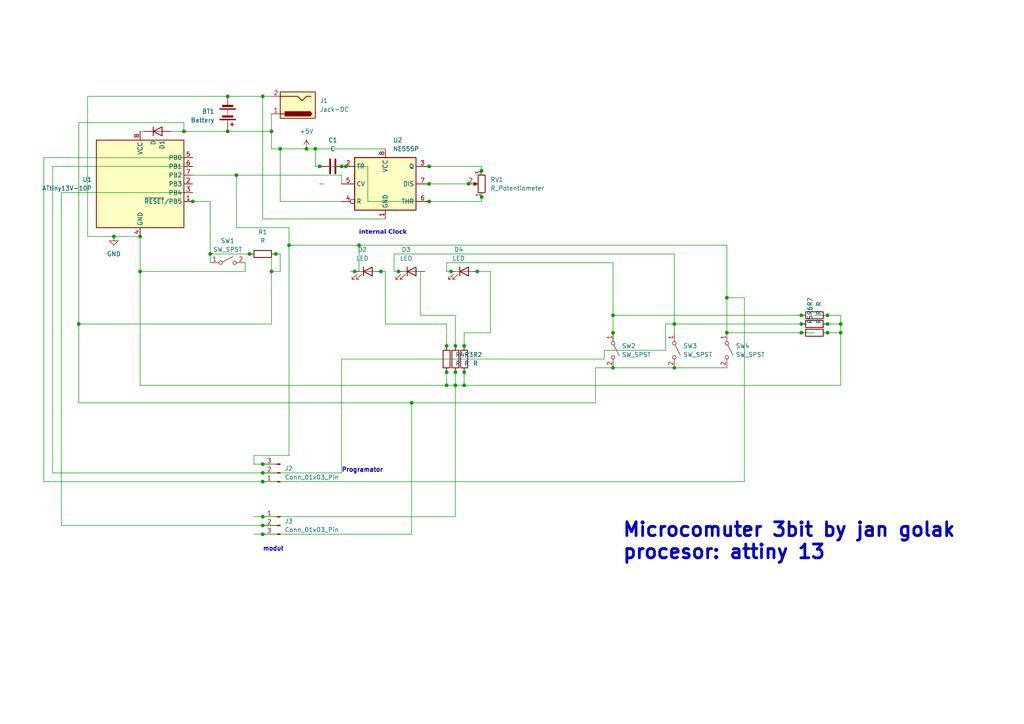
<source format=kicad_sch>
(kicad_sch (version 20230121) (generator eeschema)

  (uuid 06ec4acb-9038-4a27-bc8c-5ababa3774af)

  (paper "A4")

  (lib_symbols
    (symbol "Connector:Conn_01x03_Pin" (pin_names (offset 1.016) hide) (in_bom yes) (on_board yes)
      (property "Reference" "J" (at 0 5.08 0)
        (effects (font (size 1.27 1.27)))
      )
      (property "Value" "Conn_01x03_Pin" (at 0 -5.08 0)
        (effects (font (size 1.27 1.27)))
      )
      (property "Footprint" "" (at 0 0 0)
        (effects (font (size 1.27 1.27)) hide)
      )
      (property "Datasheet" "~" (at 0 0 0)
        (effects (font (size 1.27 1.27)) hide)
      )
      (property "ki_locked" "" (at 0 0 0)
        (effects (font (size 1.27 1.27)))
      )
      (property "ki_keywords" "connector" (at 0 0 0)
        (effects (font (size 1.27 1.27)) hide)
      )
      (property "ki_description" "Generic connector, single row, 01x03, script generated" (at 0 0 0)
        (effects (font (size 1.27 1.27)) hide)
      )
      (property "ki_fp_filters" "Connector*:*_1x??_*" (at 0 0 0)
        (effects (font (size 1.27 1.27)) hide)
      )
      (symbol "Conn_01x03_Pin_1_1"
        (polyline
          (pts
            (xy 1.27 -2.54)
            (xy 0.8636 -2.54)
          )
          (stroke (width 0.1524) (type default))
          (fill (type none))
        )
        (polyline
          (pts
            (xy 1.27 0)
            (xy 0.8636 0)
          )
          (stroke (width 0.1524) (type default))
          (fill (type none))
        )
        (polyline
          (pts
            (xy 1.27 2.54)
            (xy 0.8636 2.54)
          )
          (stroke (width 0.1524) (type default))
          (fill (type none))
        )
        (rectangle (start 0.8636 -2.413) (end 0 -2.667)
          (stroke (width 0.1524) (type default))
          (fill (type outline))
        )
        (rectangle (start 0.8636 0.127) (end 0 -0.127)
          (stroke (width 0.1524) (type default))
          (fill (type outline))
        )
        (rectangle (start 0.8636 2.667) (end 0 2.413)
          (stroke (width 0.1524) (type default))
          (fill (type outline))
        )
        (pin passive line (at 5.08 2.54 180) (length 3.81)
          (name "Pin_1" (effects (font (size 1.27 1.27))))
          (number "1" (effects (font (size 1.27 1.27))))
        )
        (pin passive line (at 5.08 0 180) (length 3.81)
          (name "Pin_2" (effects (font (size 1.27 1.27))))
          (number "2" (effects (font (size 1.27 1.27))))
        )
        (pin passive line (at 5.08 -2.54 180) (length 3.81)
          (name "Pin_3" (effects (font (size 1.27 1.27))))
          (number "3" (effects (font (size 1.27 1.27))))
        )
      )
    )
    (symbol "Connector:Jack-DC" (pin_names (offset 1.016)) (in_bom yes) (on_board yes)
      (property "Reference" "J" (at 0 5.334 0)
        (effects (font (size 1.27 1.27)))
      )
      (property "Value" "Jack-DC" (at 0 -5.08 0)
        (effects (font (size 1.27 1.27)))
      )
      (property "Footprint" "" (at 1.27 -1.016 0)
        (effects (font (size 1.27 1.27)) hide)
      )
      (property "Datasheet" "~" (at 1.27 -1.016 0)
        (effects (font (size 1.27 1.27)) hide)
      )
      (property "ki_keywords" "DC power barrel jack connector" (at 0 0 0)
        (effects (font (size 1.27 1.27)) hide)
      )
      (property "ki_description" "DC Barrel Jack" (at 0 0 0)
        (effects (font (size 1.27 1.27)) hide)
      )
      (property "ki_fp_filters" "BarrelJack*" (at 0 0 0)
        (effects (font (size 1.27 1.27)) hide)
      )
      (symbol "Jack-DC_0_1"
        (rectangle (start -5.08 3.81) (end 5.08 -3.81)
          (stroke (width 0.254) (type default))
          (fill (type background))
        )
        (arc (start -3.302 3.175) (mid -3.9343 2.54) (end -3.302 1.905)
          (stroke (width 0.254) (type default))
          (fill (type none))
        )
        (arc (start -3.302 3.175) (mid -3.9343 2.54) (end -3.302 1.905)
          (stroke (width 0.254) (type default))
          (fill (type outline))
        )
        (polyline
          (pts
            (xy 5.08 2.54)
            (xy 3.81 2.54)
          )
          (stroke (width 0.254) (type default))
          (fill (type none))
        )
        (polyline
          (pts
            (xy -3.81 -2.54)
            (xy -2.54 -2.54)
            (xy -1.27 -1.27)
            (xy 0 -2.54)
            (xy 2.54 -2.54)
            (xy 5.08 -2.54)
          )
          (stroke (width 0.254) (type default))
          (fill (type none))
        )
        (rectangle (start 3.683 3.175) (end -3.302 1.905)
          (stroke (width 0.254) (type default))
          (fill (type outline))
        )
      )
      (symbol "Jack-DC_1_1"
        (pin passive line (at 7.62 2.54 180) (length 2.54)
          (name "~" (effects (font (size 1.27 1.27))))
          (number "1" (effects (font (size 1.27 1.27))))
        )
        (pin passive line (at 7.62 -2.54 180) (length 2.54)
          (name "~" (effects (font (size 1.27 1.27))))
          (number "2" (effects (font (size 1.27 1.27))))
        )
      )
    )
    (symbol "Device:Battery" (pin_numbers hide) (pin_names (offset 0) hide) (in_bom yes) (on_board yes)
      (property "Reference" "BT" (at 2.54 2.54 0)
        (effects (font (size 1.27 1.27)) (justify left))
      )
      (property "Value" "Battery" (at 2.54 0 0)
        (effects (font (size 1.27 1.27)) (justify left))
      )
      (property "Footprint" "" (at 0 1.524 90)
        (effects (font (size 1.27 1.27)) hide)
      )
      (property "Datasheet" "~" (at 0 1.524 90)
        (effects (font (size 1.27 1.27)) hide)
      )
      (property "ki_keywords" "batt voltage-source cell" (at 0 0 0)
        (effects (font (size 1.27 1.27)) hide)
      )
      (property "ki_description" "Multiple-cell battery" (at 0 0 0)
        (effects (font (size 1.27 1.27)) hide)
      )
      (symbol "Battery_0_1"
        (rectangle (start -2.286 -1.27) (end 2.286 -1.524)
          (stroke (width 0) (type default))
          (fill (type outline))
        )
        (rectangle (start -2.286 1.778) (end 2.286 1.524)
          (stroke (width 0) (type default))
          (fill (type outline))
        )
        (rectangle (start -1.524 -2.032) (end 1.524 -2.54)
          (stroke (width 0) (type default))
          (fill (type outline))
        )
        (rectangle (start -1.524 1.016) (end 1.524 0.508)
          (stroke (width 0) (type default))
          (fill (type outline))
        )
        (polyline
          (pts
            (xy 0 -1.016)
            (xy 0 -0.762)
          )
          (stroke (width 0) (type default))
          (fill (type none))
        )
        (polyline
          (pts
            (xy 0 -0.508)
            (xy 0 -0.254)
          )
          (stroke (width 0) (type default))
          (fill (type none))
        )
        (polyline
          (pts
            (xy 0 0)
            (xy 0 0.254)
          )
          (stroke (width 0) (type default))
          (fill (type none))
        )
        (polyline
          (pts
            (xy 0 1.778)
            (xy 0 2.54)
          )
          (stroke (width 0) (type default))
          (fill (type none))
        )
        (polyline
          (pts
            (xy 0.762 3.048)
            (xy 1.778 3.048)
          )
          (stroke (width 0.254) (type default))
          (fill (type none))
        )
        (polyline
          (pts
            (xy 1.27 3.556)
            (xy 1.27 2.54)
          )
          (stroke (width 0.254) (type default))
          (fill (type none))
        )
      )
      (symbol "Battery_1_1"
        (pin passive line (at 0 5.08 270) (length 2.54)
          (name "+" (effects (font (size 1.27 1.27))))
          (number "1" (effects (font (size 1.27 1.27))))
        )
        (pin passive line (at 0 -5.08 90) (length 2.54)
          (name "-" (effects (font (size 1.27 1.27))))
          (number "2" (effects (font (size 1.27 1.27))))
        )
      )
    )
    (symbol "Device:C" (pin_numbers hide) (pin_names (offset 0.254)) (in_bom yes) (on_board yes)
      (property "Reference" "C" (at 0.635 2.54 0)
        (effects (font (size 1.27 1.27)) (justify left))
      )
      (property "Value" "C" (at 0.635 -2.54 0)
        (effects (font (size 1.27 1.27)) (justify left))
      )
      (property "Footprint" "" (at 0.9652 -3.81 0)
        (effects (font (size 1.27 1.27)) hide)
      )
      (property "Datasheet" "~" (at 0 0 0)
        (effects (font (size 1.27 1.27)) hide)
      )
      (property "ki_keywords" "cap capacitor" (at 0 0 0)
        (effects (font (size 1.27 1.27)) hide)
      )
      (property "ki_description" "Unpolarized capacitor" (at 0 0 0)
        (effects (font (size 1.27 1.27)) hide)
      )
      (property "ki_fp_filters" "C_*" (at 0 0 0)
        (effects (font (size 1.27 1.27)) hide)
      )
      (symbol "C_0_1"
        (polyline
          (pts
            (xy -2.032 -0.762)
            (xy 2.032 -0.762)
          )
          (stroke (width 0.508) (type default))
          (fill (type none))
        )
        (polyline
          (pts
            (xy -2.032 0.762)
            (xy 2.032 0.762)
          )
          (stroke (width 0.508) (type default))
          (fill (type none))
        )
      )
      (symbol "C_1_1"
        (pin passive line (at 0 3.81 270) (length 2.794)
          (name "~" (effects (font (size 1.27 1.27))))
          (number "1" (effects (font (size 1.27 1.27))))
        )
        (pin passive line (at 0 -3.81 90) (length 2.794)
          (name "~" (effects (font (size 1.27 1.27))))
          (number "2" (effects (font (size 1.27 1.27))))
        )
      )
    )
    (symbol "Device:D" (pin_numbers hide) (pin_names (offset 1.016) hide) (in_bom yes) (on_board yes)
      (property "Reference" "D" (at 0 2.54 0)
        (effects (font (size 1.27 1.27)))
      )
      (property "Value" "D" (at 0 -2.54 0)
        (effects (font (size 1.27 1.27)))
      )
      (property "Footprint" "" (at 0 0 0)
        (effects (font (size 1.27 1.27)) hide)
      )
      (property "Datasheet" "~" (at 0 0 0)
        (effects (font (size 1.27 1.27)) hide)
      )
      (property "Sim.Device" "D" (at 0 0 0)
        (effects (font (size 1.27 1.27)) hide)
      )
      (property "Sim.Pins" "1=K 2=A" (at 0 0 0)
        (effects (font (size 1.27 1.27)) hide)
      )
      (property "ki_keywords" "diode" (at 0 0 0)
        (effects (font (size 1.27 1.27)) hide)
      )
      (property "ki_description" "Diode" (at 0 0 0)
        (effects (font (size 1.27 1.27)) hide)
      )
      (property "ki_fp_filters" "TO-???* *_Diode_* *SingleDiode* D_*" (at 0 0 0)
        (effects (font (size 1.27 1.27)) hide)
      )
      (symbol "D_0_1"
        (polyline
          (pts
            (xy -1.27 1.27)
            (xy -1.27 -1.27)
          )
          (stroke (width 0.254) (type default))
          (fill (type none))
        )
        (polyline
          (pts
            (xy 1.27 0)
            (xy -1.27 0)
          )
          (stroke (width 0) (type default))
          (fill (type none))
        )
        (polyline
          (pts
            (xy 1.27 1.27)
            (xy 1.27 -1.27)
            (xy -1.27 0)
            (xy 1.27 1.27)
          )
          (stroke (width 0.254) (type default))
          (fill (type none))
        )
      )
      (symbol "D_1_1"
        (pin passive line (at -3.81 0 0) (length 2.54)
          (name "K" (effects (font (size 1.27 1.27))))
          (number "1" (effects (font (size 1.27 1.27))))
        )
        (pin passive line (at 3.81 0 180) (length 2.54)
          (name "A" (effects (font (size 1.27 1.27))))
          (number "2" (effects (font (size 1.27 1.27))))
        )
      )
    )
    (symbol "Device:LED" (pin_numbers hide) (pin_names (offset 1.016) hide) (in_bom yes) (on_board yes)
      (property "Reference" "D" (at 0 2.54 0)
        (effects (font (size 1.27 1.27)))
      )
      (property "Value" "LED" (at 0 -2.54 0)
        (effects (font (size 1.27 1.27)))
      )
      (property "Footprint" "" (at 0 0 0)
        (effects (font (size 1.27 1.27)) hide)
      )
      (property "Datasheet" "~" (at 0 0 0)
        (effects (font (size 1.27 1.27)) hide)
      )
      (property "ki_keywords" "LED diode" (at 0 0 0)
        (effects (font (size 1.27 1.27)) hide)
      )
      (property "ki_description" "Light emitting diode" (at 0 0 0)
        (effects (font (size 1.27 1.27)) hide)
      )
      (property "ki_fp_filters" "LED* LED_SMD:* LED_THT:*" (at 0 0 0)
        (effects (font (size 1.27 1.27)) hide)
      )
      (symbol "LED_0_1"
        (polyline
          (pts
            (xy -1.27 -1.27)
            (xy -1.27 1.27)
          )
          (stroke (width 0.254) (type default))
          (fill (type none))
        )
        (polyline
          (pts
            (xy -1.27 0)
            (xy 1.27 0)
          )
          (stroke (width 0) (type default))
          (fill (type none))
        )
        (polyline
          (pts
            (xy 1.27 -1.27)
            (xy 1.27 1.27)
            (xy -1.27 0)
            (xy 1.27 -1.27)
          )
          (stroke (width 0.254) (type default))
          (fill (type none))
        )
        (polyline
          (pts
            (xy -3.048 -0.762)
            (xy -4.572 -2.286)
            (xy -3.81 -2.286)
            (xy -4.572 -2.286)
            (xy -4.572 -1.524)
          )
          (stroke (width 0) (type default))
          (fill (type none))
        )
        (polyline
          (pts
            (xy -1.778 -0.762)
            (xy -3.302 -2.286)
            (xy -2.54 -2.286)
            (xy -3.302 -2.286)
            (xy -3.302 -1.524)
          )
          (stroke (width 0) (type default))
          (fill (type none))
        )
      )
      (symbol "LED_1_1"
        (pin passive line (at -3.81 0 0) (length 2.54)
          (name "K" (effects (font (size 1.27 1.27))))
          (number "1" (effects (font (size 1.27 1.27))))
        )
        (pin passive line (at 3.81 0 180) (length 2.54)
          (name "A" (effects (font (size 1.27 1.27))))
          (number "2" (effects (font (size 1.27 1.27))))
        )
      )
    )
    (symbol "Device:R" (pin_numbers hide) (pin_names (offset 0)) (in_bom yes) (on_board yes)
      (property "Reference" "R" (at 2.032 0 90)
        (effects (font (size 1.27 1.27)))
      )
      (property "Value" "R" (at 0 0 90)
        (effects (font (size 1.27 1.27)))
      )
      (property "Footprint" "" (at -1.778 0 90)
        (effects (font (size 1.27 1.27)) hide)
      )
      (property "Datasheet" "~" (at 0 0 0)
        (effects (font (size 1.27 1.27)) hide)
      )
      (property "ki_keywords" "R res resistor" (at 0 0 0)
        (effects (font (size 1.27 1.27)) hide)
      )
      (property "ki_description" "Resistor" (at 0 0 0)
        (effects (font (size 1.27 1.27)) hide)
      )
      (property "ki_fp_filters" "R_*" (at 0 0 0)
        (effects (font (size 1.27 1.27)) hide)
      )
      (symbol "R_0_1"
        (rectangle (start -1.016 -2.54) (end 1.016 2.54)
          (stroke (width 0.254) (type default))
          (fill (type none))
        )
      )
      (symbol "R_1_1"
        (pin passive line (at 0 3.81 270) (length 1.27)
          (name "~" (effects (font (size 1.27 1.27))))
          (number "1" (effects (font (size 1.27 1.27))))
        )
        (pin passive line (at 0 -3.81 90) (length 1.27)
          (name "~" (effects (font (size 1.27 1.27))))
          (number "2" (effects (font (size 1.27 1.27))))
        )
      )
    )
    (symbol "Device:R_Potentiometer" (pin_names (offset 1.016) hide) (in_bom yes) (on_board yes)
      (property "Reference" "RV" (at -4.445 0 90)
        (effects (font (size 1.27 1.27)))
      )
      (property "Value" "R_Potentiometer" (at -2.54 0 90)
        (effects (font (size 1.27 1.27)))
      )
      (property "Footprint" "" (at 0 0 0)
        (effects (font (size 1.27 1.27)) hide)
      )
      (property "Datasheet" "~" (at 0 0 0)
        (effects (font (size 1.27 1.27)) hide)
      )
      (property "ki_keywords" "resistor variable" (at 0 0 0)
        (effects (font (size 1.27 1.27)) hide)
      )
      (property "ki_description" "Potentiometer" (at 0 0 0)
        (effects (font (size 1.27 1.27)) hide)
      )
      (property "ki_fp_filters" "Potentiometer*" (at 0 0 0)
        (effects (font (size 1.27 1.27)) hide)
      )
      (symbol "R_Potentiometer_0_1"
        (polyline
          (pts
            (xy 2.54 0)
            (xy 1.524 0)
          )
          (stroke (width 0) (type default))
          (fill (type none))
        )
        (polyline
          (pts
            (xy 1.143 0)
            (xy 2.286 0.508)
            (xy 2.286 -0.508)
            (xy 1.143 0)
          )
          (stroke (width 0) (type default))
          (fill (type outline))
        )
        (rectangle (start 1.016 2.54) (end -1.016 -2.54)
          (stroke (width 0.254) (type default))
          (fill (type none))
        )
      )
      (symbol "R_Potentiometer_1_1"
        (pin passive line (at 0 3.81 270) (length 1.27)
          (name "1" (effects (font (size 1.27 1.27))))
          (number "1" (effects (font (size 1.27 1.27))))
        )
        (pin passive line (at 3.81 0 180) (length 1.27)
          (name "2" (effects (font (size 1.27 1.27))))
          (number "2" (effects (font (size 1.27 1.27))))
        )
        (pin passive line (at 0 -3.81 90) (length 1.27)
          (name "3" (effects (font (size 1.27 1.27))))
          (number "3" (effects (font (size 1.27 1.27))))
        )
      )
    )
    (symbol "MCU_Microchip_ATtiny:ATtiny13V-10P" (in_bom yes) (on_board yes)
      (property "Reference" "U" (at -12.7 13.97 0)
        (effects (font (size 1.27 1.27)) (justify left bottom))
      )
      (property "Value" "ATtiny13V-10P" (at 2.54 -13.97 0)
        (effects (font (size 1.27 1.27)) (justify left top))
      )
      (property "Footprint" "Package_DIP:DIP-8_W7.62mm" (at 0 0 0)
        (effects (font (size 1.27 1.27) italic) hide)
      )
      (property "Datasheet" "http://ww1.microchip.com/downloads/en/DeviceDoc/doc2535.pdf" (at 0 0 0)
        (effects (font (size 1.27 1.27)) hide)
      )
      (property "ki_keywords" "AVR 8bit Microcontroller tinyAVR" (at 0 0 0)
        (effects (font (size 1.27 1.27)) hide)
      )
      (property "ki_description" "10MHz, 1kB Flash, 64B SRAM, 64B EEPROM, debugWIRE, DIP-8" (at 0 0 0)
        (effects (font (size 1.27 1.27)) hide)
      )
      (property "ki_fp_filters" "DIP*W7.62mm*" (at 0 0 0)
        (effects (font (size 1.27 1.27)) hide)
      )
      (symbol "ATtiny13V-10P_0_1"
        (rectangle (start -12.7 -12.7) (end 12.7 12.7)
          (stroke (width 0.254) (type default))
          (fill (type background))
        )
      )
      (symbol "ATtiny13V-10P_1_1"
        (pin bidirectional line (at 15.24 -5.08 180) (length 2.54)
          (name "~{RESET}/PB5" (effects (font (size 1.27 1.27))))
          (number "1" (effects (font (size 1.27 1.27))))
        )
        (pin bidirectional line (at 15.24 0 180) (length 2.54)
          (name "PB3" (effects (font (size 1.27 1.27))))
          (number "2" (effects (font (size 1.27 1.27))))
        )
        (pin bidirectional line (at 15.24 -2.54 180) (length 2.54)
          (name "PB4" (effects (font (size 1.27 1.27))))
          (number "3" (effects (font (size 1.27 1.27))))
        )
        (pin power_in line (at 0 -15.24 90) (length 2.54)
          (name "GND" (effects (font (size 1.27 1.27))))
          (number "4" (effects (font (size 1.27 1.27))))
        )
        (pin bidirectional line (at 15.24 7.62 180) (length 2.54)
          (name "PB0" (effects (font (size 1.27 1.27))))
          (number "5" (effects (font (size 1.27 1.27))))
        )
        (pin bidirectional line (at 15.24 5.08 180) (length 2.54)
          (name "PB1" (effects (font (size 1.27 1.27))))
          (number "6" (effects (font (size 1.27 1.27))))
        )
        (pin bidirectional line (at 15.24 2.54 180) (length 2.54)
          (name "PB2" (effects (font (size 1.27 1.27))))
          (number "7" (effects (font (size 1.27 1.27))))
        )
        (pin power_in line (at 0 15.24 270) (length 2.54)
          (name "VCC" (effects (font (size 1.27 1.27))))
          (number "8" (effects (font (size 1.27 1.27))))
        )
      )
    )
    (symbol "Switch:SW_SPST" (pin_names (offset 0) hide) (in_bom yes) (on_board yes)
      (property "Reference" "SW" (at 0 3.175 0)
        (effects (font (size 1.27 1.27)))
      )
      (property "Value" "SW_SPST" (at 0 -2.54 0)
        (effects (font (size 1.27 1.27)))
      )
      (property "Footprint" "" (at 0 0 0)
        (effects (font (size 1.27 1.27)) hide)
      )
      (property "Datasheet" "~" (at 0 0 0)
        (effects (font (size 1.27 1.27)) hide)
      )
      (property "ki_keywords" "switch lever" (at 0 0 0)
        (effects (font (size 1.27 1.27)) hide)
      )
      (property "ki_description" "Single Pole Single Throw (SPST) switch" (at 0 0 0)
        (effects (font (size 1.27 1.27)) hide)
      )
      (symbol "SW_SPST_0_0"
        (circle (center -2.032 0) (radius 0.508)
          (stroke (width 0) (type default))
          (fill (type none))
        )
        (polyline
          (pts
            (xy -1.524 0.254)
            (xy 1.524 1.778)
          )
          (stroke (width 0) (type default))
          (fill (type none))
        )
        (circle (center 2.032 0) (radius 0.508)
          (stroke (width 0) (type default))
          (fill (type none))
        )
      )
      (symbol "SW_SPST_1_1"
        (pin passive line (at -5.08 0 0) (length 2.54)
          (name "A" (effects (font (size 1.27 1.27))))
          (number "1" (effects (font (size 1.27 1.27))))
        )
        (pin passive line (at 5.08 0 180) (length 2.54)
          (name "B" (effects (font (size 1.27 1.27))))
          (number "2" (effects (font (size 1.27 1.27))))
        )
      )
    )
    (symbol "Timer:NE555P" (in_bom yes) (on_board yes)
      (property "Reference" "U" (at -10.16 8.89 0)
        (effects (font (size 1.27 1.27)) (justify left))
      )
      (property "Value" "NE555P" (at 2.54 8.89 0)
        (effects (font (size 1.27 1.27)) (justify left))
      )
      (property "Footprint" "Package_DIP:DIP-8_W7.62mm" (at 16.51 -10.16 0)
        (effects (font (size 1.27 1.27)) hide)
      )
      (property "Datasheet" "http://www.ti.com/lit/ds/symlink/ne555.pdf" (at 21.59 -10.16 0)
        (effects (font (size 1.27 1.27)) hide)
      )
      (property "ki_keywords" "single timer 555" (at 0 0 0)
        (effects (font (size 1.27 1.27)) hide)
      )
      (property "ki_description" "Precision Timers, 555 compatible,  PDIP-8" (at 0 0 0)
        (effects (font (size 1.27 1.27)) hide)
      )
      (property "ki_fp_filters" "DIP*W7.62mm*" (at 0 0 0)
        (effects (font (size 1.27 1.27)) hide)
      )
      (symbol "NE555P_0_0"
        (pin power_in line (at 0 -10.16 90) (length 2.54)
          (name "GND" (effects (font (size 1.27 1.27))))
          (number "1" (effects (font (size 1.27 1.27))))
        )
        (pin power_in line (at 0 10.16 270) (length 2.54)
          (name "VCC" (effects (font (size 1.27 1.27))))
          (number "8" (effects (font (size 1.27 1.27))))
        )
      )
      (symbol "NE555P_0_1"
        (rectangle (start -8.89 -7.62) (end 8.89 7.62)
          (stroke (width 0.254) (type default))
          (fill (type background))
        )
        (rectangle (start -8.89 -7.62) (end 8.89 7.62)
          (stroke (width 0.254) (type default))
          (fill (type background))
        )
      )
      (symbol "NE555P_1_1"
        (pin input line (at -12.7 5.08 0) (length 3.81)
          (name "TR" (effects (font (size 1.27 1.27))))
          (number "2" (effects (font (size 1.27 1.27))))
        )
        (pin output line (at 12.7 5.08 180) (length 3.81)
          (name "Q" (effects (font (size 1.27 1.27))))
          (number "3" (effects (font (size 1.27 1.27))))
        )
        (pin input inverted (at -12.7 -5.08 0) (length 3.81)
          (name "R" (effects (font (size 1.27 1.27))))
          (number "4" (effects (font (size 1.27 1.27))))
        )
        (pin input line (at -12.7 0 0) (length 3.81)
          (name "CV" (effects (font (size 1.27 1.27))))
          (number "5" (effects (font (size 1.27 1.27))))
        )
        (pin input line (at 12.7 -5.08 180) (length 3.81)
          (name "THR" (effects (font (size 1.27 1.27))))
          (number "6" (effects (font (size 1.27 1.27))))
        )
        (pin input line (at 12.7 0 180) (length 3.81)
          (name "DIS" (effects (font (size 1.27 1.27))))
          (number "7" (effects (font (size 1.27 1.27))))
        )
      )
    )
    (symbol "power:+5V" (power) (pin_names (offset 0)) (in_bom yes) (on_board yes)
      (property "Reference" "#PWR" (at 0 -3.81 0)
        (effects (font (size 1.27 1.27)) hide)
      )
      (property "Value" "+5V" (at 0 3.556 0)
        (effects (font (size 1.27 1.27)))
      )
      (property "Footprint" "" (at 0 0 0)
        (effects (font (size 1.27 1.27)) hide)
      )
      (property "Datasheet" "" (at 0 0 0)
        (effects (font (size 1.27 1.27)) hide)
      )
      (property "ki_keywords" "global power" (at 0 0 0)
        (effects (font (size 1.27 1.27)) hide)
      )
      (property "ki_description" "Power symbol creates a global label with name \"+5V\"" (at 0 0 0)
        (effects (font (size 1.27 1.27)) hide)
      )
      (symbol "+5V_0_1"
        (polyline
          (pts
            (xy -0.762 1.27)
            (xy 0 2.54)
          )
          (stroke (width 0) (type default))
          (fill (type none))
        )
        (polyline
          (pts
            (xy 0 0)
            (xy 0 2.54)
          )
          (stroke (width 0) (type default))
          (fill (type none))
        )
        (polyline
          (pts
            (xy 0 2.54)
            (xy 0.762 1.27)
          )
          (stroke (width 0) (type default))
          (fill (type none))
        )
      )
      (symbol "+5V_1_1"
        (pin power_in line (at 0 0 90) (length 0) hide
          (name "+5V" (effects (font (size 1.27 1.27))))
          (number "1" (effects (font (size 1.27 1.27))))
        )
      )
    )
    (symbol "power:GND" (power) (pin_names (offset 0)) (in_bom yes) (on_board yes)
      (property "Reference" "#PWR" (at 0 -6.35 0)
        (effects (font (size 1.27 1.27)) hide)
      )
      (property "Value" "GND" (at 0 -3.81 0)
        (effects (font (size 1.27 1.27)))
      )
      (property "Footprint" "" (at 0 0 0)
        (effects (font (size 1.27 1.27)) hide)
      )
      (property "Datasheet" "" (at 0 0 0)
        (effects (font (size 1.27 1.27)) hide)
      )
      (property "ki_keywords" "global power" (at 0 0 0)
        (effects (font (size 1.27 1.27)) hide)
      )
      (property "ki_description" "Power symbol creates a global label with name \"GND\" , ground" (at 0 0 0)
        (effects (font (size 1.27 1.27)) hide)
      )
      (symbol "GND_0_1"
        (polyline
          (pts
            (xy 0 0)
            (xy 0 -1.27)
            (xy 1.27 -1.27)
            (xy 0 -2.54)
            (xy -1.27 -1.27)
            (xy 0 -1.27)
          )
          (stroke (width 0) (type default))
          (fill (type none))
        )
      )
      (symbol "GND_1_1"
        (pin power_in line (at 0 0 270) (length 0) hide
          (name "GND" (effects (font (size 1.27 1.27))))
          (number "1" (effects (font (size 1.27 1.27))))
        )
      )
    )
  )

  (junction (at 100.33 48.26) (diameter 0) (color 0 0 0 0)
    (uuid 02996613-f229-4145-9cbc-57bf0d644c2d)
  )
  (junction (at 76.2 134.62) (diameter 0) (color 0 0 0 0)
    (uuid 049ac7ef-73f0-47e3-85be-d1977ed1e1c6)
  )
  (junction (at 195.58 93.98) (diameter 0) (color 0 0 0 0)
    (uuid 089ae64e-1881-46ab-b940-3ff6e27a049c)
  )
  (junction (at 240.03 93.98) (diameter 0) (color 0 0 0 0)
    (uuid 0ab682d2-cc11-4c74-b4bc-80c57f12115e)
  )
  (junction (at 232.41 93.98) (diameter 0) (color 0 0 0 0)
    (uuid 0b048197-7d41-4182-927c-bad77817858e)
  )
  (junction (at 210.82 96.52) (diameter 0) (color 0 0 0 0)
    (uuid 1603b863-7b60-4ff2-a1ba-3a659bee0be3)
  )
  (junction (at 110.49 78.74) (diameter 0) (color 0 0 0 0)
    (uuid 1cc9140f-1a1c-45e4-82c7-67249bc7adbf)
  )
  (junction (at 76.2 137.16) (diameter 0) (color 0 0 0 0)
    (uuid 2570f0ef-7aba-4041-b088-d1a59a96b33f)
  )
  (junction (at 40.64 78.74) (diameter 0) (color 0 0 0 0)
    (uuid 32c0efb1-2ade-4f76-9dd2-5e9f17e67c8b)
  )
  (junction (at 132.08 107.95) (diameter 0) (color 0 0 0 0)
    (uuid 38836e8f-f57d-4c4a-bb89-1a12b1458e66)
  )
  (junction (at 92.71 48.26) (diameter 0) (color 0 0 0 0)
    (uuid 38990827-69b9-47ec-a1a3-e42d3c7b41d5)
  )
  (junction (at 132.08 111.76) (diameter 0) (color 0 0 0 0)
    (uuid 40385d29-6d72-4270-b47a-56ba6380d613)
  )
  (junction (at 177.8 91.44) (diameter 0) (color 0 0 0 0)
    (uuid 43001378-23e9-4cfe-921f-729fbaeb4668)
  )
  (junction (at 53.34 38.1) (diameter 0) (color 0 0 0 0)
    (uuid 46330ac1-504d-41eb-8836-37863310eb74)
  )
  (junction (at 68.58 50.8) (diameter 0) (color 0 0 0 0)
    (uuid 4dcc3834-4d68-467d-b916-adf2a466de5e)
  )
  (junction (at 78.74 78.74) (diameter 0) (color 0 0 0 0)
    (uuid 4e2ec8c0-1643-430f-9200-77b1026c91f4)
  )
  (junction (at 76.2 152.4) (diameter 0) (color 0 0 0 0)
    (uuid 4eaa898d-6597-4696-869c-63048e34f1b2)
  )
  (junction (at 91.44 43.18) (diameter 0) (color 0 0 0 0)
    (uuid 4f5e7778-27dc-44b2-9576-cd9e491dfac4)
  )
  (junction (at 76.2 149.86) (diameter 0) (color 0 0 0 0)
    (uuid 56c33a57-de82-4c55-8b02-b535d286425b)
  )
  (junction (at 104.14 71.12) (diameter 0) (color 0 0 0 0)
    (uuid 57e0963c-75b2-4b8c-bef6-9f236403d454)
  )
  (junction (at 81.28 43.18) (diameter 0) (color 0 0 0 0)
    (uuid 57f8f4cc-716e-4dfe-8ef0-92d88f15ca5a)
  )
  (junction (at 66.04 27.94) (diameter 0) (color 0 0 0 0)
    (uuid 5b97efea-7e88-4598-8a9c-bd54b988cba9)
  )
  (junction (at 210.82 86.36) (diameter 0) (color 0 0 0 0)
    (uuid 5c9f411b-7cd0-4c88-b60f-1e4c9beb1172)
  )
  (junction (at 119.38 116.84) (diameter 0) (color 0 0 0 0)
    (uuid 5d12bed8-a241-4eb0-a99c-0494db24e668)
  )
  (junction (at 88.9 43.18) (diameter 0) (color 0 0 0 0)
    (uuid 689a77ab-78d5-4b3f-bf7c-c8e435bab604)
  )
  (junction (at 139.7 49.53) (diameter 0) (color 0 0 0 0)
    (uuid 6d18ae51-10ea-4c14-904b-17ef3ac09da0)
  )
  (junction (at 40.64 68.58) (diameter 0) (color 0 0 0 0)
    (uuid 77a2a3ef-d120-4451-86f0-163fad8db9d9)
  )
  (junction (at 115.57 78.74) (diameter 0) (color 0 0 0 0)
    (uuid 79829d3f-f078-4434-a052-917f0016e4a1)
  )
  (junction (at 132.08 100.33) (diameter 0) (color 0 0 0 0)
    (uuid 81224f93-0981-480d-bf6b-d92b9c144a38)
  )
  (junction (at 22.86 93.98) (diameter 0) (color 0 0 0 0)
    (uuid 82973f37-9d5f-4e30-8096-8d71250a57cf)
  )
  (junction (at 195.58 106.68) (diameter 0) (color 0 0 0 0)
    (uuid 84d5da14-ae8a-48e1-b90f-8318a4dad5a3)
  )
  (junction (at 129.54 111.76) (diameter 0) (color 0 0 0 0)
    (uuid 8de83c52-b1a1-4225-a187-0e61f77c31ed)
  )
  (junction (at 66.04 38.1) (diameter 0) (color 0 0 0 0)
    (uuid 92250ac5-a799-4bb3-975e-99220c128347)
  )
  (junction (at 124.46 48.26) (diameter 0) (color 0 0 0 0)
    (uuid 926d9b48-bfe5-4d01-a2de-7053326cbef0)
  )
  (junction (at 243.84 93.98) (diameter 0) (color 0 0 0 0)
    (uuid 97341d4f-1325-4ecd-8873-78203e5252f6)
  )
  (junction (at 134.62 100.33) (diameter 0) (color 0 0 0 0)
    (uuid 995291da-8f87-467b-aee0-5888c1c2e265)
  )
  (junction (at 102.87 78.74) (diameter 0) (color 0 0 0 0)
    (uuid 9a17db45-8d72-4c8c-ba27-5d9c9f08e7f1)
  )
  (junction (at 232.41 91.44) (diameter 0) (color 0 0 0 0)
    (uuid a0f32791-cce1-41ed-8f13-ff2572fb809a)
  )
  (junction (at 134.62 107.95) (diameter 0) (color 0 0 0 0)
    (uuid a59ddfe7-e98e-4077-b9d7-bf6f5014f1d4)
  )
  (junction (at 76.2 139.7) (diameter 0) (color 0 0 0 0)
    (uuid b9a5c379-6416-48f3-962c-dd4c45d9555d)
  )
  (junction (at 76.2 27.94) (diameter 0) (color 0 0 0 0)
    (uuid badc1508-f830-4bee-9b67-48c0da00493a)
  )
  (junction (at 124.46 53.34) (diameter 0) (color 0 0 0 0)
    (uuid bb09ff91-2793-448c-942d-4d07761b82a2)
  )
  (junction (at 240.03 96.52) (diameter 0) (color 0 0 0 0)
    (uuid bc085020-b451-4a41-8354-4f5e5a72604b)
  )
  (junction (at 138.43 78.74) (diameter 0) (color 0 0 0 0)
    (uuid c4786336-5192-4af7-87a5-5bf47e8cbb67)
  )
  (junction (at 83.82 71.12) (diameter 0) (color 0 0 0 0)
    (uuid cde8843b-db34-47b3-9d00-871d6950c690)
  )
  (junction (at 177.8 96.52) (diameter 0) (color 0 0 0 0)
    (uuid ce31f2ed-43a0-4e72-a7c5-9954b468868e)
  )
  (junction (at 130.81 78.74) (diameter 0) (color 0 0 0 0)
    (uuid d00f6e9e-d05f-4ee1-b69c-a7cb9589d781)
  )
  (junction (at 243.84 96.52) (diameter 0) (color 0 0 0 0)
    (uuid d6559f32-4392-4d97-90f5-c98b52e6a411)
  )
  (junction (at 78.74 38.1) (diameter 0) (color 0 0 0 0)
    (uuid d9306290-afa2-47d2-b387-03960296dd9f)
  )
  (junction (at 134.62 111.76) (diameter 0) (color 0 0 0 0)
    (uuid d9ef87f9-97ea-4ae5-8435-1551b3012d5b)
  )
  (junction (at 55.88 58.42) (diameter 0) (color 0 0 0 0)
    (uuid dbe86389-3fdc-45bc-a402-87c59484aa0e)
  )
  (junction (at 129.54 107.95) (diameter 0) (color 0 0 0 0)
    (uuid def997c0-9963-4557-95b2-f81c81422db5)
  )
  (junction (at 33.02 68.58) (diameter 0) (color 0 0 0 0)
    (uuid e182a9d1-f2b3-43c2-8248-b359789de1e3)
  )
  (junction (at 80.01 73.66) (diameter 0) (color 0 0 0 0)
    (uuid e39f2434-c61e-4d2e-98dd-9ac303a2aeb6)
  )
  (junction (at 76.2 154.94) (diameter 0) (color 0 0 0 0)
    (uuid e48e1334-9aa0-46c2-8656-2f6d26d7697d)
  )
  (junction (at 124.46 58.42) (diameter 0) (color 0 0 0 0)
    (uuid e4c4d157-cf43-4ad4-919e-077fbb246749)
  )
  (junction (at 72.39 73.66) (diameter 0) (color 0 0 0 0)
    (uuid e75c01e4-1a45-4627-88ec-8659b6d283da)
  )
  (junction (at 129.54 100.33) (diameter 0) (color 0 0 0 0)
    (uuid ec0c88f5-3ec6-41ba-adba-c5275c2ded4e)
  )
  (junction (at 60.96 73.66) (diameter 0) (color 0 0 0 0)
    (uuid efd3badf-a2a1-42a1-92dd-ed6edd4eb2f5)
  )
  (junction (at 139.7 57.15) (diameter 0) (color 0 0 0 0)
    (uuid f037baee-f40a-49ef-965e-201ff468263b)
  )
  (junction (at 135.89 53.34) (diameter 0) (color 0 0 0 0)
    (uuid f4c2e051-70e3-446f-9acb-0add7acce9b6)
  )
  (junction (at 240.03 91.44) (diameter 0) (color 0 0 0 0)
    (uuid f590ceb3-dabf-42a5-b294-083c6cb5e701)
  )
  (junction (at 177.8 106.68) (diameter 0) (color 0 0 0 0)
    (uuid f9cf7446-969d-4383-b516-5bc082a298c4)
  )
  (junction (at 99.06 48.26) (diameter 0) (color 0 0 0 0)
    (uuid feaa08c9-f90d-4c74-8c91-66c5ca64c5d6)
  )
  (junction (at 232.41 96.52) (diameter 0) (color 0 0 0 0)
    (uuid ff0ee43b-1221-40ad-a340-31f3d90c91b6)
  )

  (wire (pts (xy 111.76 93.98) (xy 111.76 78.74))
    (stroke (width 0) (type default))
    (uuid 00389177-bedf-4d2a-80b9-d71c108d0f6a)
  )
  (wire (pts (xy 104.14 78.74) (xy 102.87 78.74))
    (stroke (width 0) (type default))
    (uuid 006fc12b-3c08-4e3f-b647-cb9c8ebe9341)
  )
  (wire (pts (xy 81.28 43.18) (xy 88.9 43.18))
    (stroke (width 0) (type default))
    (uuid 057918b7-1c0d-43a1-ae43-2d5e45d76ee9)
  )
  (wire (pts (xy 195.58 73.66) (xy 195.58 93.98))
    (stroke (width 0) (type default))
    (uuid 05c16bc5-1f22-4093-a4a3-be1544f6febf)
  )
  (wire (pts (xy 99.06 104.14) (xy 175.26 104.14))
    (stroke (width 0) (type default))
    (uuid 07150d3f-4fde-41a8-841c-096ad73d16a2)
  )
  (wire (pts (xy 80.01 73.66) (xy 81.28 73.66))
    (stroke (width 0) (type default))
    (uuid 0a45c444-d491-46fd-9d1b-19406bc7a6af)
  )
  (wire (pts (xy 210.82 96.52) (xy 232.41 96.52))
    (stroke (width 0) (type default))
    (uuid 0a47f11e-3ffe-4ebd-b09d-c38e950b5e9b)
  )
  (wire (pts (xy 121.92 91.44) (xy 121.92 78.74))
    (stroke (width 0) (type default))
    (uuid 0a947eb8-b2b9-4b94-bf23-6bf96fc72e51)
  )
  (wire (pts (xy 139.7 49.53) (xy 139.7 48.26))
    (stroke (width 0) (type default))
    (uuid 0adef0c2-030b-4b9f-92e0-7955a5507ec7)
  )
  (wire (pts (xy 78.74 43.18) (xy 81.28 43.18))
    (stroke (width 0) (type default))
    (uuid 0c95eacd-0ab9-4c78-95ab-5827e01bf34f)
  )
  (wire (pts (xy 92.71 48.26) (xy 99.06 48.26))
    (stroke (width 0) (type default))
    (uuid 0d68d6e2-860c-4dc6-95f8-3ba3cd2620fc)
  )
  (wire (pts (xy 132.08 78.74) (xy 130.81 78.74))
    (stroke (width 0) (type default))
    (uuid 0daa6099-fc87-4bf4-80aa-a52004b5684d)
  )
  (wire (pts (xy 110.49 78.74) (xy 111.76 78.74))
    (stroke (width 0) (type default))
    (uuid 0daec39d-691d-4e51-887b-791b514a3d91)
  )
  (wire (pts (xy 76.2 152.4) (xy 17.78 152.4))
    (stroke (width 0) (type default))
    (uuid 10007b51-c0c8-40c5-93da-ef7e2fd8a05b)
  )
  (wire (pts (xy 76.2 27.94) (xy 78.74 27.94))
    (stroke (width 0) (type default))
    (uuid 100fa455-4f76-4c0f-aabf-92fd8730bf80)
  )
  (wire (pts (xy 68.58 66.04) (xy 83.82 66.04))
    (stroke (width 0) (type default))
    (uuid 11ba60ee-75e8-4515-a52b-a9d7482d0957)
  )
  (wire (pts (xy 124.46 58.42) (xy 139.7 58.42))
    (stroke (width 0) (type default))
    (uuid 12ffc837-f2c2-48cc-ac8f-cd2001fa7c47)
  )
  (wire (pts (xy 233.68 93.98) (xy 232.41 93.98))
    (stroke (width 0) (type default))
    (uuid 133fe424-af48-45da-9531-ac3840d733fb)
  )
  (wire (pts (xy 129.54 100.33) (xy 129.54 93.98))
    (stroke (width 0) (type default))
    (uuid 14b869b2-d266-4215-9f38-ebe518ca6582)
  )
  (wire (pts (xy 53.34 58.42) (xy 55.88 58.42))
    (stroke (width 0) (type default))
    (uuid 15e11875-d048-44c2-a348-b85f6b6f2e98)
  )
  (wire (pts (xy 129.54 107.95) (xy 129.54 111.76))
    (stroke (width 0) (type default))
    (uuid 162da504-f083-4881-93bc-e8616c2b60fc)
  )
  (wire (pts (xy 139.7 57.15) (xy 139.7 58.42))
    (stroke (width 0) (type default))
    (uuid 16687612-87cb-4a81-9c2e-9f6c1f5fdbd3)
  )
  (wire (pts (xy 236.22 91.44) (xy 240.03 91.44))
    (stroke (width 0) (type default))
    (uuid 180f56f9-9c76-4160-9c51-3bff2986affa)
  )
  (wire (pts (xy 83.82 71.12) (xy 83.82 132.08))
    (stroke (width 0) (type default))
    (uuid 1bb51b1b-ed71-45dd-b798-49c55c4c9c0d)
  )
  (wire (pts (xy 106.68 58.42) (xy 106.68 48.26))
    (stroke (width 0) (type default))
    (uuid 1c828063-66f7-4504-961d-636c3ca30ad1)
  )
  (wire (pts (xy 60.96 73.66) (xy 72.39 73.66))
    (stroke (width 0) (type default))
    (uuid 22114d51-6640-42f8-8817-b117da29f8d2)
  )
  (wire (pts (xy 135.89 53.34) (xy 137.16 53.34))
    (stroke (width 0) (type default))
    (uuid 221fe9a3-0596-4710-a52c-afc262c151db)
  )
  (wire (pts (xy 15.24 48.26) (xy 55.88 48.26))
    (stroke (width 0) (type default))
    (uuid 22cc1bbf-834f-4043-b927-625b22228b3a)
  )
  (wire (pts (xy 91.44 48.26) (xy 92.71 48.26))
    (stroke (width 0) (type default))
    (uuid 22e3ad09-21ec-46e3-99e6-cf164c2aa22f)
  )
  (wire (pts (xy 119.38 116.84) (xy 172.72 116.84))
    (stroke (width 0) (type default))
    (uuid 25bd8ba1-eff6-4a93-ad28-c5d0fdebd380)
  )
  (wire (pts (xy 66.04 27.94) (xy 76.2 27.94))
    (stroke (width 0) (type default))
    (uuid 26674762-4960-4388-a9dc-3b63ec892be2)
  )
  (wire (pts (xy 124.46 48.26) (xy 139.7 48.26))
    (stroke (width 0) (type default))
    (uuid 27305ca8-8e48-41e9-a0fc-4c372a69a6f4)
  )
  (wire (pts (xy 193.04 93.98) (xy 195.58 93.98))
    (stroke (width 0) (type default))
    (uuid 2a4337ea-3a6c-4164-8497-ef89c4fbf6b9)
  )
  (wire (pts (xy 78.74 93.98) (xy 22.86 93.98))
    (stroke (width 0) (type default))
    (uuid 2c1e36fc-bea9-4429-b6e1-a3238ee368e9)
  )
  (wire (pts (xy 91.44 48.26) (xy 91.44 43.18))
    (stroke (width 0) (type default))
    (uuid 2c795ef4-ac8f-4bce-ba02-924e964dc5cf)
  )
  (wire (pts (xy 68.58 50.8) (xy 99.06 50.8))
    (stroke (width 0) (type default))
    (uuid 2d56ded9-4415-4a9a-a663-ffc9e673ef9d)
  )
  (wire (pts (xy 76.2 63.5) (xy 111.76 63.5))
    (stroke (width 0) (type default))
    (uuid 2ef5bc34-78c2-4215-953d-456880985895)
  )
  (wire (pts (xy 132.08 91.44) (xy 132.08 100.33))
    (stroke (width 0) (type default))
    (uuid 3032823a-92bb-466c-b1ce-11d8a88eec95)
  )
  (wire (pts (xy 92.71 53.34) (xy 93.98 53.34))
    (stroke (width 0) (type default))
    (uuid 33135d09-4acc-41a1-8395-dfb34b72a516)
  )
  (wire (pts (xy 68.58 50.8) (xy 68.58 66.04))
    (stroke (width 0) (type default))
    (uuid 33a353d7-7f98-4fe7-af76-d020d428d11e)
  )
  (wire (pts (xy 129.54 78.74) (xy 129.54 76.2))
    (stroke (width 0) (type default))
    (uuid 3784ce4f-32a3-4bc9-857b-73468cf46992)
  )
  (wire (pts (xy 76.2 27.94) (xy 76.2 63.5))
    (stroke (width 0) (type default))
    (uuid 38e152d2-f382-44e5-9646-6f95c94710a8)
  )
  (wire (pts (xy 53.34 35.56) (xy 53.34 38.1))
    (stroke (width 0) (type default))
    (uuid 39a9607b-2bae-4632-8794-532ff1c392a1)
  )
  (wire (pts (xy 132.08 91.44) (xy 121.92 91.44))
    (stroke (width 0) (type default))
    (uuid 40edf7f9-6c10-46bc-9741-60f615e3d681)
  )
  (wire (pts (xy 55.88 50.8) (xy 68.58 50.8))
    (stroke (width 0) (type default))
    (uuid 43412391-cb91-4f62-9453-91ad6fff0904)
  )
  (wire (pts (xy 78.74 33.02) (xy 78.74 38.1))
    (stroke (width 0) (type default))
    (uuid 45354c3d-ff85-418b-983c-e9ec7bf3b64e)
  )
  (wire (pts (xy 66.04 38.1) (xy 78.74 38.1))
    (stroke (width 0) (type default))
    (uuid 48e013f8-27f3-4c20-a826-c3a0eb3519e2)
  )
  (wire (pts (xy 195.58 106.68) (xy 210.82 106.68))
    (stroke (width 0) (type default))
    (uuid 4af5669e-325e-41b8-80db-8efe45cc616d)
  )
  (wire (pts (xy 76.2 134.62) (xy 78.74 134.62))
    (stroke (width 0) (type default))
    (uuid 4be3dced-7be5-464f-a1d2-c7dfe8b1e993)
  )
  (wire (pts (xy 132.08 111.76) (xy 132.08 149.86))
    (stroke (width 0) (type default))
    (uuid 4c40a044-b100-4563-96cc-58276c2f5249)
  )
  (wire (pts (xy 12.7 139.7) (xy 12.7 45.72))
    (stroke (width 0) (type default))
    (uuid 4d4d1df4-efce-4275-a074-7a8ac9f32510)
  )
  (wire (pts (xy 243.84 111.76) (xy 134.62 111.76))
    (stroke (width 0) (type default))
    (uuid 4d96939f-dbdc-4f42-93e2-ae43eb784406)
  )
  (wire (pts (xy 60.96 73.66) (xy 60.96 76.2))
    (stroke (width 0) (type default))
    (uuid 50842447-52a2-4554-a7b2-0504b3d8c7cc)
  )
  (wire (pts (xy 114.3 73.66) (xy 195.58 73.66))
    (stroke (width 0) (type default))
    (uuid 50a1d0b5-d94b-4cf4-9892-b55d45aab18c)
  )
  (wire (pts (xy 177.8 96.52) (xy 177.8 99.06))
    (stroke (width 0) (type default))
    (uuid 54c79176-3592-4646-a6f6-a5d8771eabcd)
  )
  (wire (pts (xy 78.74 73.66) (xy 80.01 73.66))
    (stroke (width 0) (type default))
    (uuid 5548c2f5-6633-480b-8fcc-dc341d234fb7)
  )
  (wire (pts (xy 132.08 100.33) (xy 132.08 101.6))
    (stroke (width 0) (type default))
    (uuid 5608c03a-2348-476e-9d69-5614557a25e1)
  )
  (wire (pts (xy 129.54 101.6) (xy 129.54 100.33))
    (stroke (width 0) (type default))
    (uuid 564903f6-1f49-4a97-ba86-34222bb205a5)
  )
  (wire (pts (xy 25.4 68.58) (xy 25.4 27.94))
    (stroke (width 0) (type default))
    (uuid 57144c89-3939-402f-a224-992ee00c42bc)
  )
  (wire (pts (xy 22.86 35.56) (xy 53.34 35.56))
    (stroke (width 0) (type default))
    (uuid 59125b7f-d0a6-40bb-9562-17bf4db0c863)
  )
  (wire (pts (xy 83.82 132.08) (xy 73.66 132.08))
    (stroke (width 0) (type default))
    (uuid 592fff22-b6a4-4c65-977f-fdfb8036338d)
  )
  (wire (pts (xy 88.9 43.18) (xy 91.44 43.18))
    (stroke (width 0) (type default))
    (uuid 60ea32c7-5175-4539-bb52-1e3533dd846a)
  )
  (wire (pts (xy 134.62 106.68) (xy 134.62 107.95))
    (stroke (width 0) (type default))
    (uuid 61a06d00-d16e-4185-bf3b-554a5dae84ea)
  )
  (wire (pts (xy 240.03 93.98) (xy 243.84 93.98))
    (stroke (width 0) (type default))
    (uuid 62c864ca-d142-480d-8f56-08afd253cc06)
  )
  (wire (pts (xy 233.68 91.44) (xy 232.41 91.44))
    (stroke (width 0) (type default))
    (uuid 636297b5-ea5f-4d7b-ac87-1e5657861dc3)
  )
  (wire (pts (xy 109.22 78.74) (xy 110.49 78.74))
    (stroke (width 0) (type default))
    (uuid 655cdd60-20f1-485f-af33-1b8c93a6caef)
  )
  (wire (pts (xy 78.74 73.66) (xy 78.74 78.74))
    (stroke (width 0) (type default))
    (uuid 6634f1f3-b406-45e1-a28b-eb090eaf55fa)
  )
  (wire (pts (xy 83.82 66.04) (xy 83.82 71.12))
    (stroke (width 0) (type default))
    (uuid 68148d5b-db0c-4e30-8dd5-c75ad47021a6)
  )
  (wire (pts (xy 138.43 78.74) (xy 142.24 78.74))
    (stroke (width 0) (type default))
    (uuid 69c14032-90e8-4def-9157-6341207b1308)
  )
  (wire (pts (xy 134.62 107.95) (xy 134.62 111.76))
    (stroke (width 0) (type default))
    (uuid 6d71a5e3-a071-4db0-8e36-1d00e53cce43)
  )
  (wire (pts (xy 121.92 53.34) (xy 124.46 53.34))
    (stroke (width 0) (type default))
    (uuid 6d965532-a0bc-4fc1-8904-a83e81ab62ef)
  )
  (wire (pts (xy 102.87 78.74) (xy 101.6 78.74))
    (stroke (width 0) (type default))
    (uuid 6eb1d9f1-8e8b-473b-800b-7a802c48b66d)
  )
  (wire (pts (xy 22.86 93.98) (xy 22.86 35.56))
    (stroke (width 0) (type default))
    (uuid 71bde397-d66e-4e3d-9d44-db90c948fb18)
  )
  (wire (pts (xy 172.72 106.68) (xy 177.8 106.68))
    (stroke (width 0) (type default))
    (uuid 71cffb81-c158-4e5d-bd8d-b756935290ca)
  )
  (wire (pts (xy 99.06 137.16) (xy 99.06 104.14))
    (stroke (width 0) (type default))
    (uuid 72cf3b1a-aedb-43d1-8ce3-d5c7d8d7e825)
  )
  (wire (pts (xy 73.66 154.94) (xy 76.2 154.94))
    (stroke (width 0) (type default))
    (uuid 73006d04-3ffb-4b49-be63-e5591a4e0bd6)
  )
  (wire (pts (xy 76.2 139.7) (xy 215.9 139.7))
    (stroke (width 0) (type default))
    (uuid 753c40d3-f505-4524-b207-6e2ef2dc987a)
  )
  (wire (pts (xy 71.12 78.74) (xy 40.64 78.74))
    (stroke (width 0) (type default))
    (uuid 75fefaf3-0b6b-4e20-adb9-79a582ee80c1)
  )
  (wire (pts (xy 243.84 93.98) (xy 243.84 96.52))
    (stroke (width 0) (type default))
    (uuid 76d5ad9f-c0b0-4cda-924d-ce4e8e75b3b3)
  )
  (wire (pts (xy 243.84 91.44) (xy 243.84 93.98))
    (stroke (width 0) (type default))
    (uuid 775a8a6b-b2b2-475b-b18b-98787a975665)
  )
  (wire (pts (xy 232.41 93.98) (xy 195.58 93.98))
    (stroke (width 0) (type default))
    (uuid 782c68b1-7e37-4284-8b90-a34c6297b8c7)
  )
  (wire (pts (xy 177.8 76.2) (xy 177.8 91.44))
    (stroke (width 0) (type default))
    (uuid 7bbf797b-2bc6-40fc-9983-53d610c328f2)
  )
  (wire (pts (xy 132.08 107.95) (xy 132.08 111.76))
    (stroke (width 0) (type default))
    (uuid 7cabbc9c-c4f2-47cd-ae2e-e75df4a0357a)
  )
  (wire (pts (xy 240.03 91.44) (xy 243.84 91.44))
    (stroke (width 0) (type default))
    (uuid 7ef25504-77b0-410a-8d8c-9078345f85ae)
  )
  (wire (pts (xy 106.68 58.42) (xy 124.46 58.42))
    (stroke (width 0) (type default))
    (uuid 80c6a886-9f5b-4f44-bffc-1b92bcf5bb23)
  )
  (wire (pts (xy 91.44 43.18) (xy 111.76 43.18))
    (stroke (width 0) (type default))
    (uuid 88a293cd-4ccb-4a17-b1cf-cdbcb6f27a86)
  )
  (wire (pts (xy 129.54 106.68) (xy 129.54 107.95))
    (stroke (width 0) (type default))
    (uuid 8957de65-7e74-49f7-981c-40d4ff88a708)
  )
  (wire (pts (xy 132.08 106.68) (xy 132.08 107.95))
    (stroke (width 0) (type default))
    (uuid 8e0fb0dc-57a4-4eca-b62f-e3cc3a66526a)
  )
  (wire (pts (xy 12.7 45.72) (xy 55.88 45.72))
    (stroke (width 0) (type default))
    (uuid 8e82b7b8-2251-4ecf-9bcc-249bd12e453f)
  )
  (wire (pts (xy 33.02 68.58) (xy 25.4 68.58))
    (stroke (width 0) (type default))
    (uuid 9135aed6-1411-467e-983b-d7f6e022cd23)
  )
  (wire (pts (xy 210.82 86.36) (xy 210.82 96.52))
    (stroke (width 0) (type default))
    (uuid 915d82f3-1087-4f87-a079-32c4404794c4)
  )
  (wire (pts (xy 76.2 137.16) (xy 99.06 137.16))
    (stroke (width 0) (type default))
    (uuid 919759fb-a5de-42b1-9f04-75a3ede6728e)
  )
  (wire (pts (xy 73.66 132.08) (xy 73.66 134.62))
    (stroke (width 0) (type default))
    (uuid 954154fe-b456-4741-8d12-9b53d5961b9e)
  )
  (wire (pts (xy 121.92 48.26) (xy 124.46 48.26))
    (stroke (width 0) (type default))
    (uuid 954fa622-8a05-43cc-b1f7-24632a1850a7)
  )
  (wire (pts (xy 175.26 101.6) (xy 193.04 101.6))
    (stroke (width 0) (type default))
    (uuid 9aa7e05e-d13a-4b34-b51d-2288a71ac0a7)
  )
  (wire (pts (xy 78.74 78.74) (xy 78.74 93.98))
    (stroke (width 0) (type default))
    (uuid 9bbecd1a-b01d-468c-ab6f-fb75cd7074a0)
  )
  (wire (pts (xy 81.28 78.74) (xy 78.74 78.74))
    (stroke (width 0) (type default))
    (uuid 9dbcd10d-c296-4811-a600-bea9504e09dc)
  )
  (wire (pts (xy 99.06 53.34) (xy 99.06 50.8))
    (stroke (width 0) (type default))
    (uuid 9ed6ba7a-dd03-41b7-81ea-967f18e45eda)
  )
  (wire (pts (xy 81.28 73.66) (xy 81.28 78.74))
    (stroke (width 0) (type default))
    (uuid a079d532-be01-43b2-b9e9-64c011ec82b5)
  )
  (wire (pts (xy 215.9 86.36) (xy 210.82 86.36))
    (stroke (width 0) (type default))
    (uuid a3174d04-eca1-411b-b3c3-2468954d3483)
  )
  (wire (pts (xy 132.08 111.76) (xy 129.54 111.76))
    (stroke (width 0) (type default))
    (uuid a3aa1f0d-096f-43ec-b4d9-8418625cea54)
  )
  (wire (pts (xy 115.57 78.74) (xy 114.3 78.74))
    (stroke (width 0) (type default))
    (uuid a3c8ec00-6403-442b-b8f5-32e90271315e)
  )
  (wire (pts (xy 22.86 116.84) (xy 119.38 116.84))
    (stroke (width 0) (type default))
    (uuid a51e9cf6-d82e-4735-881a-68eb5a774b51)
  )
  (wire (pts (xy 114.3 78.74) (xy 114.3 73.66))
    (stroke (width 0) (type default))
    (uuid a9f5b0fe-2b63-4d91-b3fb-adfaf5caee68)
  )
  (wire (pts (xy 116.84 78.74) (xy 115.57 78.74))
    (stroke (width 0) (type default))
    (uuid abbe79b6-785b-4df2-91ae-eede53cc8b0b)
  )
  (wire (pts (xy 134.62 96.52) (xy 134.62 100.33))
    (stroke (width 0) (type default))
    (uuid ac84cbac-35f5-4850-b456-e1db8c18a2c4)
  )
  (wire (pts (xy 142.24 96.52) (xy 142.24 78.74))
    (stroke (width 0) (type default))
    (uuid ad1991a6-30c2-4317-b5f8-27e286f1776d)
  )
  (wire (pts (xy 139.7 50.8) (xy 139.7 49.53))
    (stroke (width 0) (type default))
    (uuid ada7debd-9244-4d47-a031-c4a43259d79a)
  )
  (wire (pts (xy 76.2 149.86) (xy 132.08 149.86))
    (stroke (width 0) (type default))
    (uuid af0ba442-03c9-4009-9944-1876bb3fc0c7)
  )
  (wire (pts (xy 81.28 152.4) (xy 76.2 152.4))
    (stroke (width 0) (type default))
    (uuid b130d390-aa25-46d8-aadb-2b6156128533)
  )
  (wire (pts (xy 121.92 78.74) (xy 123.19 78.74))
    (stroke (width 0) (type default))
    (uuid b1c5eec6-de68-4ae0-97d1-75535f565c12)
  )
  (wire (pts (xy 177.8 106.68) (xy 195.58 106.68))
    (stroke (width 0) (type default))
    (uuid b1ecad23-a7cd-4431-959d-2a7cf0294b67)
  )
  (wire (pts (xy 40.64 68.58) (xy 33.02 68.58))
    (stroke (width 0) (type default))
    (uuid b5a60843-7887-4c62-8bc6-7edd2e29d47c)
  )
  (wire (pts (xy 124.46 53.34) (xy 135.89 53.34))
    (stroke (width 0) (type default))
    (uuid b5ac56cf-4ead-40b3-9b75-caffe8e456cd)
  )
  (wire (pts (xy 60.96 58.42) (xy 60.96 73.66))
    (stroke (width 0) (type default))
    (uuid b85ff100-7711-4bad-9da8-c755f661504a)
  )
  (wire (pts (xy 104.14 71.12) (xy 104.14 78.74))
    (stroke (width 0) (type default))
    (uuid bab0bbfb-039d-46fa-8da1-555f2f3a5858)
  )
  (wire (pts (xy 129.54 76.2) (xy 177.8 76.2))
    (stroke (width 0) (type default))
    (uuid bac8e77c-120b-49bd-9636-ce484fa8f11e)
  )
  (wire (pts (xy 195.58 93.98) (xy 195.58 96.52))
    (stroke (width 0) (type default))
    (uuid bf20ecc9-2bbd-4132-b7dd-10d3d902eab7)
  )
  (wire (pts (xy 232.41 91.44) (xy 177.8 91.44))
    (stroke (width 0) (type default))
    (uuid c1b143b1-f929-4aa5-a1c1-07fad33d976d)
  )
  (wire (pts (xy 81.28 58.42) (xy 81.28 43.18))
    (stroke (width 0) (type default))
    (uuid c8dd8990-cf0e-4dbd-bcf3-fd1b0303c9d4)
  )
  (wire (pts (xy 130.81 78.74) (xy 129.54 78.74))
    (stroke (width 0) (type default))
    (uuid cd409197-bd15-4a26-839b-784e89e2d0c7)
  )
  (wire (pts (xy 177.8 91.44) (xy 177.8 96.52))
    (stroke (width 0) (type default))
    (uuid cdb292d8-fe1b-493f-8331-c100a6f51c6b)
  )
  (wire (pts (xy 210.82 71.12) (xy 210.82 86.36))
    (stroke (width 0) (type default))
    (uuid ce80ab01-fe74-44bd-98a8-24d541c2c986)
  )
  (wire (pts (xy 15.24 137.16) (xy 76.2 137.16))
    (stroke (width 0) (type default))
    (uuid d080bf62-ea75-40ac-871f-686346a0a81a)
  )
  (wire (pts (xy 49.53 38.1) (xy 53.34 38.1))
    (stroke (width 0) (type default))
    (uuid d16d81a4-19ac-4785-ac9a-c9f1fd361ef8)
  )
  (wire (pts (xy 129.54 93.98) (xy 111.76 93.98))
    (stroke (width 0) (type default))
    (uuid d281206f-3b44-41df-a20d-0d1ace34ad35)
  )
  (wire (pts (xy 215.9 139.7) (xy 215.9 86.36))
    (stroke (width 0) (type default))
    (uuid d5ee67e7-71cc-43c9-927c-92357f20d04f)
  )
  (wire (pts (xy 172.72 116.84) (xy 172.72 106.68))
    (stroke (width 0) (type default))
    (uuid d62b0e40-08aa-4a3b-a241-d038889c27f3)
  )
  (wire (pts (xy 243.84 96.52) (xy 243.84 111.76))
    (stroke (width 0) (type default))
    (uuid d7ab2fc9-8c02-4860-b959-5a1bd79470ff)
  )
  (wire (pts (xy 134.62 96.52) (xy 142.24 96.52))
    (stroke (width 0) (type default))
    (uuid d7efbf45-9dd0-4d27-8fea-e85c13726130)
  )
  (wire (pts (xy 76.2 154.94) (xy 119.38 154.94))
    (stroke (width 0) (type default))
    (uuid d81bf80b-2319-4461-8d61-12138acab713)
  )
  (wire (pts (xy 40.64 38.1) (xy 41.91 38.1))
    (stroke (width 0) (type default))
    (uuid d91ac70e-a5c8-4572-a365-e3d08214b55b)
  )
  (wire (pts (xy 134.62 100.33) (xy 134.62 101.6))
    (stroke (width 0) (type default))
    (uuid d93b589d-9201-4b3e-8e77-290e6c58670f)
  )
  (wire (pts (xy 83.82 71.12) (xy 104.14 71.12))
    (stroke (width 0) (type default))
    (uuid dbfcb020-71fd-450c-b1fd-3c97123ffab3)
  )
  (wire (pts (xy 22.86 93.98) (xy 22.86 116.84))
    (stroke (width 0) (type default))
    (uuid dcb7b99b-6e89-4fa9-b090-11cee2829c53)
  )
  (wire (pts (xy 72.39 73.66) (xy 73.66 73.66))
    (stroke (width 0) (type default))
    (uuid dcc37b55-b341-4eb4-9416-db7fa2117203)
  )
  (wire (pts (xy 129.54 111.76) (xy 40.64 111.76))
    (stroke (width 0) (type default))
    (uuid e04866e0-553e-499f-938e-1a1f4f02dc74)
  )
  (wire (pts (xy 15.24 48.26) (xy 15.24 137.16))
    (stroke (width 0) (type default))
    (uuid e21f2feb-1d76-47b8-934d-6653f1522304)
  )
  (wire (pts (xy 71.12 76.2) (xy 71.12 78.74))
    (stroke (width 0) (type default))
    (uuid e4c80af3-6903-409a-bacb-cc6e9112c06c)
  )
  (wire (pts (xy 99.06 58.42) (xy 81.28 58.42))
    (stroke (width 0) (type default))
    (uuid e5d7c022-13cb-4da4-8aa0-ab95e080d07a)
  )
  (wire (pts (xy 55.88 58.42) (xy 60.96 58.42))
    (stroke (width 0) (type default))
    (uuid e7cf8bf3-4674-4c2b-9d22-27e93a63f62d)
  )
  (wire (pts (xy 232.41 96.52) (xy 236.22 96.52))
    (stroke (width 0) (type default))
    (uuid e8795f44-c62b-4f7d-b801-8e70ab8b54fb)
  )
  (wire (pts (xy 73.66 149.86) (xy 76.2 149.86))
    (stroke (width 0) (type default))
    (uuid eaff8e1b-765b-4935-8493-3cec320cbde1)
  )
  (wire (pts (xy 139.7 55.88) (xy 139.7 57.15))
    (stroke (width 0) (type default))
    (uuid eb7ea17d-2252-441c-8af7-bca3e3495fb9)
  )
  (wire (pts (xy 175.26 104.14) (xy 175.26 101.6))
    (stroke (width 0) (type default))
    (uuid ec8b9c2a-63e5-4916-ad64-53a7ecead1f8)
  )
  (wire (pts (xy 137.16 78.74) (xy 138.43 78.74))
    (stroke (width 0) (type default))
    (uuid f08cd5e0-c432-4046-a36d-86fe2ee3bd7d)
  )
  (wire (pts (xy 25.4 27.94) (xy 66.04 27.94))
    (stroke (width 0) (type default))
    (uuid f09f827b-64c3-44d1-a1e1-8b8222b66087)
  )
  (wire (pts (xy 40.64 78.74) (xy 40.64 68.58))
    (stroke (width 0) (type default))
    (uuid f0b1ec28-e3aa-4e97-b400-68d935c011e3)
  )
  (wire (pts (xy 40.64 111.76) (xy 40.64 78.74))
    (stroke (width 0) (type default))
    (uuid f18ff111-0102-41c8-93cf-ed1190d63906)
  )
  (wire (pts (xy 53.34 38.1) (xy 66.04 38.1))
    (stroke (width 0) (type default))
    (uuid f20b7144-b204-4c91-a4b5-3eb877e26241)
  )
  (wire (pts (xy 78.74 38.1) (xy 78.74 43.18))
    (stroke (width 0) (type default))
    (uuid f20fd87e-5c05-4c32-b125-8379bf8417bd)
  )
  (wire (pts (xy 240.03 96.52) (xy 243.84 96.52))
    (stroke (width 0) (type default))
    (uuid f32fb06b-f3be-4a3a-a602-ce04d99be38a)
  )
  (wire (pts (xy 119.38 154.94) (xy 119.38 116.84))
    (stroke (width 0) (type default))
    (uuid f4366de3-9632-40f2-a0ad-31e9fd91b9fd)
  )
  (wire (pts (xy 17.78 152.4) (xy 17.78 55.88))
    (stroke (width 0) (type default))
    (uuid f49e727e-06f7-4189-904e-0fb097d28f6d)
  )
  (wire (pts (xy 238.76 93.98) (xy 240.03 93.98))
    (stroke (width 0) (type default))
    (uuid f6467b75-c374-4405-a99e-ad40891838f7)
  )
  (wire (pts (xy 17.78 55.88) (xy 55.88 55.88))
    (stroke (width 0) (type default))
    (uuid f79eb31a-df3c-4f60-bf98-46a087551cbc)
  )
  (wire (pts (xy 104.14 71.12) (xy 210.82 71.12))
    (stroke (width 0) (type default))
    (uuid f7a91b3f-5b61-4a4b-99a0-6760cf96e2d1)
  )
  (wire (pts (xy 73.66 134.62) (xy 76.2 134.62))
    (stroke (width 0) (type default))
    (uuid f7d93f59-2fb0-4d2d-be37-d972503bb630)
  )
  (wire (pts (xy 99.06 48.26) (xy 100.33 48.26))
    (stroke (width 0) (type default))
    (uuid f98f23b1-4108-4f6d-b96e-606431e9ed60)
  )
  (wire (pts (xy 193.04 101.6) (xy 193.04 93.98))
    (stroke (width 0) (type default))
    (uuid fa96fbb1-b5bf-4314-b2d6-1bcaba5f9d7c)
  )
  (wire (pts (xy 134.62 111.76) (xy 132.08 111.76))
    (stroke (width 0) (type default))
    (uuid fabeb865-00a7-44a6-b771-3b2b3d22bbc2)
  )
  (wire (pts (xy 100.33 48.26) (xy 106.68 48.26))
    (stroke (width 0) (type default))
    (uuid fe6e7679-c7d7-472c-93ac-48c99fabddd7)
  )
  (wire (pts (xy 238.76 96.52) (xy 240.03 96.52))
    (stroke (width 0) (type default))
    (uuid fea98133-20e1-47d1-856e-207654c09a45)
  )
  (wire (pts (xy 76.2 139.7) (xy 12.7 139.7))
    (stroke (width 0) (type default))
    (uuid fff41300-aec7-4721-8548-fd52f90013b5)
  )

  (text "Microcomuter 3bit by jan golak\nprocesor: attiny 13"
    (at 180.34 162.56 0)
    (effects (font (size 4 4) bold) (justify left bottom))
    (uuid 4b69a3e6-2092-40e2-9a3e-513f1922d2a1)
  )
  (text "internal Clock " (at 104.14 68.58 0)
    (effects (font (face "Lucida Console") (size 1.27 1.27) (thickness 0.254) bold) (justify left bottom))
    (uuid 83517876-addc-4edd-89b5-b3c574563518)
  )
  (text "Programator" (at 99.06 137.16 0)
    (effects (font (size 1.27 1.27) bold) (justify left bottom))
    (uuid 8cfd6d00-1fd6-4a2a-9dbf-d7836761006d)
  )
  (text "moduł" (at 76.2 160.02 0)
    (effects (font (size 1.27 1.27) bold) (justify left bottom))
    (uuid 920e51e7-a16f-4c06-975b-c02a1dd69e1e)
  )

  (symbol (lib_id "power:GND") (at 33.02 68.58 0) (unit 1)
    (in_bom yes) (on_board yes) (dnp no) (fields_autoplaced)
    (uuid 01cbdcdc-147b-46ca-9259-22e5a568c1a6)
    (property "Reference" "#PWR02" (at 33.02 74.93 0)
      (effects (font (size 1.27 1.27)) hide)
    )
    (property "Value" "GND" (at 33.02 73.66 0)
      (effects (font (size 1.27 1.27)))
    )
    (property "Footprint" "" (at 33.02 68.58 0)
      (effects (font (size 1.27 1.27)) hide)
    )
    (property "Datasheet" "" (at 33.02 68.58 0)
      (effects (font (size 1.27 1.27)) hide)
    )
    (pin "1" (uuid 4bc7e7a4-4593-4fe5-82d0-f19452ec8a83))
    (instances
      (project "attiny microcomputer"
        (path "/06ec4acb-9038-4a27-bc8c-5ababa3774af"
          (reference "#PWR02") (unit 1)
        )
      )
    )
  )

  (symbol (lib_id "Connector:Conn_01x03_Pin") (at 81.28 137.16 180) (unit 1)
    (in_bom yes) (on_board yes) (dnp no) (fields_autoplaced)
    (uuid 074eb28d-06e1-4a10-9d2b-f95d8aaf6c7f)
    (property "Reference" "J2" (at 82.55 135.89 0)
      (effects (font (size 1.27 1.27)) (justify right))
    )
    (property "Value" "Conn_01x03_Pin" (at 82.55 138.43 0)
      (effects (font (size 1.27 1.27)) (justify right))
    )
    (property "Footprint" "Connector_PinSocket_1.27mm:PinSocket_1x03_P1.27mm_Vertical" (at 81.28 137.16 0)
      (effects (font (size 1.27 1.27)) hide)
    )
    (property "Datasheet" "~" (at 81.28 137.16 0)
      (effects (font (size 1.27 1.27)) hide)
    )
    (pin "1" (uuid b27d1836-a848-4fae-8a2e-8376af6cc65e))
    (pin "2" (uuid e4ac396d-9404-49c8-84d7-0ceb791418af))
    (pin "3" (uuid bd3ddf24-2d11-463b-8080-3bd3c5eab8fb))
    (instances
      (project "attiny microcomputer"
        (path "/06ec4acb-9038-4a27-bc8c-5ababa3774af"
          (reference "J2") (unit 1)
        )
      )
    )
  )

  (symbol (lib_id "Device:D") (at 45.72 38.1 0) (unit 1)
    (in_bom yes) (on_board yes) (dnp no)
    (uuid 172df8d3-6ca1-4296-a451-80b82ff8ee3b)
    (property "Reference" "D1" (at 46.99 40.64 90)
      (effects (font (size 1.27 1.27)) (justify right))
    )
    (property "Value" "D" (at 44.45 40.64 90)
      (effects (font (size 1.27 1.27)) (justify right))
    )
    (property "Footprint" "Diode_THT:D_DO-15_P15.24mm_Horizontal" (at 45.72 38.1 0)
      (effects (font (size 1.27 1.27)) hide)
    )
    (property "Datasheet" "~" (at 45.72 38.1 0)
      (effects (font (size 1.27 1.27)) hide)
    )
    (property "Sim.Device" "D" (at 45.72 38.1 0)
      (effects (font (size 1.27 1.27)) hide)
    )
    (property "Sim.Pins" "1=K 2=A" (at 45.72 38.1 0)
      (effects (font (size 1.27 1.27)) hide)
    )
    (pin "1" (uuid 837c84a3-306b-42ce-8cac-914b8e8d9e8d))
    (pin "2" (uuid 9d8452e2-b396-4a4c-ae8e-554f21ca70ef))
    (instances
      (project "attiny microcomputer"
        (path "/06ec4acb-9038-4a27-bc8c-5ababa3774af"
          (reference "D1") (unit 1)
        )
      )
    )
  )

  (symbol (lib_id "Connector:Conn_01x03_Pin") (at 81.28 152.4 0) (mirror y) (unit 1)
    (in_bom yes) (on_board yes) (dnp no) (fields_autoplaced)
    (uuid 1df55c59-2d5d-466f-9f88-7e1c99cfc77f)
    (property "Reference" "J3" (at 82.55 151.13 0)
      (effects (font (size 1.27 1.27)) (justify right))
    )
    (property "Value" "Conn_01x03_Pin" (at 82.55 153.67 0)
      (effects (font (size 1.27 1.27)) (justify right))
    )
    (property "Footprint" "Connector_PinSocket_1.27mm:PinSocket_1x03_P1.27mm_Vertical" (at 81.28 152.4 0)
      (effects (font (size 1.27 1.27)) hide)
    )
    (property "Datasheet" "~" (at 81.28 152.4 0)
      (effects (font (size 1.27 1.27)) hide)
    )
    (pin "2" (uuid 5c881ffe-0722-47b6-8f0c-e6451bd8dba4))
    (pin "1" (uuid a1af604f-af4a-4b70-9333-4def8d55e54b))
    (pin "3" (uuid ab2b097b-a363-4921-a908-18223385994c))
    (instances
      (project "attiny microcomputer"
        (path "/06ec4acb-9038-4a27-bc8c-5ababa3774af"
          (reference "J3") (unit 1)
        )
      )
    )
  )

  (symbol (lib_id "Device:R_Potentiometer") (at 139.7 53.34 180) (unit 1)
    (in_bom yes) (on_board yes) (dnp no) (fields_autoplaced)
    (uuid 1ec42f08-3920-450c-be0d-88a101621761)
    (property "Reference" "RV1" (at 142.24 52.07 0)
      (effects (font (size 1.27 1.27)) (justify right))
    )
    (property "Value" "R_Potentiometer" (at 142.24 54.61 0)
      (effects (font (size 1.27 1.27)) (justify right))
    )
    (property "Footprint" "Potentiometer_THT:Potentiometer_ACP_CA14V-15_Vertical_Hole" (at 139.7 53.34 0)
      (effects (font (size 1.27 1.27)) hide)
    )
    (property "Datasheet" "~" (at 139.7 53.34 0)
      (effects (font (size 1.27 1.27)) hide)
    )
    (pin "2" (uuid a05bae09-cb2c-4d41-8e32-9ca71406b2e5))
    (pin "1" (uuid e73d94b9-8906-455b-aafe-5aa985c3f202))
    (pin "3" (uuid 1e50063e-4166-4314-8b85-f7758281ecae))
    (instances
      (project "attiny microcomputer"
        (path "/06ec4acb-9038-4a27-bc8c-5ababa3774af"
          (reference "RV1") (unit 1)
        )
      )
    )
  )

  (symbol (lib_id "Device:C") (at 96.52 48.26 270) (unit 1)
    (in_bom yes) (on_board yes) (dnp no) (fields_autoplaced)
    (uuid 1f701e3d-8450-431a-8f5f-5cfc6b3d75f5)
    (property "Reference" "C1" (at 96.52 40.64 90)
      (effects (font (size 1.27 1.27)))
    )
    (property "Value" "C" (at 96.52 43.18 90)
      (effects (font (size 1.27 1.27)))
    )
    (property "Footprint" "Capacitor_SMD:C_0504_1310Metric_Pad0.83x1.28mm_HandSolder" (at 92.71 49.2252 0)
      (effects (font (size 1.27 1.27)) hide)
    )
    (property "Datasheet" "~" (at 96.52 48.26 0)
      (effects (font (size 1.27 1.27)) hide)
    )
    (pin "2" (uuid 4d8782c3-72ce-4b00-90f5-64d0968422b4))
    (pin "1" (uuid 52781912-1cac-4074-9999-34a5322fa537))
    (instances
      (project "attiny microcomputer"
        (path "/06ec4acb-9038-4a27-bc8c-5ababa3774af"
          (reference "C1") (unit 1)
        )
      )
    )
  )

  (symbol (lib_id "Device:R") (at 76.2 73.66 270) (unit 1)
    (in_bom yes) (on_board yes) (dnp no) (fields_autoplaced)
    (uuid 33cbe202-ac49-402f-948b-ced264326824)
    (property "Reference" "R1" (at 76.2 67.31 90)
      (effects (font (size 1.27 1.27)))
    )
    (property "Value" "R" (at 76.2 69.85 90)
      (effects (font (size 1.27 1.27)))
    )
    (property "Footprint" "Resistor_SMD:R_0805_2012Metric_Pad1.20x1.40mm_HandSolder" (at 76.2 71.882 90)
      (effects (font (size 1.27 1.27)) hide)
    )
    (property "Datasheet" "~" (at 76.2 73.66 0)
      (effects (font (size 1.27 1.27)) hide)
    )
    (pin "2" (uuid 286478af-7a04-4fba-b684-9886f60209c2))
    (pin "1" (uuid 1af92228-6fbd-4aa7-b643-b810b07c12d1))
    (instances
      (project "attiny microcomputer"
        (path "/06ec4acb-9038-4a27-bc8c-5ababa3774af"
          (reference "R1") (unit 1)
        )
      )
    )
  )

  (symbol (lib_id "MCU_Microchip_ATtiny:ATtiny13V-10P") (at 40.64 53.34 0) (unit 1)
    (in_bom yes) (on_board yes) (dnp no) (fields_autoplaced)
    (uuid 5868b3d0-d763-4765-923a-48ca7b4fc927)
    (property "Reference" "U1" (at 26.67 52.07 0)
      (effects (font (size 1.27 1.27)) (justify right))
    )
    (property "Value" "ATtiny13V-10P" (at 26.67 54.61 0)
      (effects (font (size 1.27 1.27)) (justify right))
    )
    (property "Footprint" "Package_DIP:DIP-8_W7.62mm" (at 40.64 53.34 0)
      (effects (font (size 1.27 1.27) italic) hide)
    )
    (property "Datasheet" "http://ww1.microchip.com/downloads/en/DeviceDoc/doc2535.pdf" (at 40.64 53.34 0)
      (effects (font (size 1.27 1.27)) hide)
    )
    (pin "8" (uuid d7019700-c834-47b1-8973-d9fc30824971))
    (pin "7" (uuid 7fa5f81f-4647-4fd8-9504-28eec0ab4c2d))
    (pin "3" (uuid 760da806-7a06-477c-8634-7c4a8ab3c29c))
    (pin "1" (uuid 95a9929a-04a6-4030-87be-e9631cac090a))
    (pin "2" (uuid 574ba5b1-a066-448b-b77c-ff2c2bceefd6))
    (pin "5" (uuid 663a5e2f-cd40-4c3e-bfea-53065fff5a9a))
    (pin "4" (uuid f5845725-877c-4c84-a2e9-5422cd21edab))
    (pin "6" (uuid a781db89-e6fb-4cbe-be31-2499a9ce0c11))
    (instances
      (project "attiny microcomputer"
        (path "/06ec4acb-9038-4a27-bc8c-5ababa3774af"
          (reference "U1") (unit 1)
        )
      )
    )
  )

  (symbol (lib_id "Switch:SW_SPST") (at 177.8 101.6 270) (unit 1)
    (in_bom yes) (on_board yes) (dnp no) (fields_autoplaced)
    (uuid 5c64d2d1-01aa-4534-8337-deaa1456585d)
    (property "Reference" "SW2" (at 180.34 100.33 90)
      (effects (font (size 1.27 1.27)) (justify left))
    )
    (property "Value" "SW_SPST" (at 180.34 102.87 90)
      (effects (font (size 1.27 1.27)) (justify left))
    )
    (property "Footprint" "Button_Switch_THT:SW_PUSH-12mm_Wuerth-430476085716" (at 177.8 101.6 0)
      (effects (font (size 1.27 1.27)) hide)
    )
    (property "Datasheet" "~" (at 177.8 101.6 0)
      (effects (font (size 1.27 1.27)) hide)
    )
    (pin "2" (uuid 8c07c284-cdab-4399-bf07-b5d0b6cbdf65))
    (pin "1" (uuid 90926ead-2740-4e80-bd80-3ef5f4ddbe38))
    (instances
      (project "attiny microcomputer"
        (path "/06ec4acb-9038-4a27-bc8c-5ababa3774af"
          (reference "SW2") (unit 1)
        )
      )
    )
  )

  (symbol (lib_id "Device:R") (at 132.08 104.14 0) (unit 1)
    (in_bom yes) (on_board yes) (dnp no) (fields_autoplaced)
    (uuid 5c715718-5e7b-4daa-9554-993a7936b527)
    (property "Reference" "R3" (at 134.62 102.87 0)
      (effects (font (size 1.27 1.27)) (justify left))
    )
    (property "Value" "R" (at 134.62 105.41 0)
      (effects (font (size 1.27 1.27)) (justify left))
    )
    (property "Footprint" "Resistor_SMD:R_0805_2012Metric_Pad1.20x1.40mm_HandSolder" (at 130.302 104.14 90)
      (effects (font (size 1.27 1.27)) hide)
    )
    (property "Datasheet" "~" (at 132.08 104.14 0)
      (effects (font (size 1.27 1.27)) hide)
    )
    (pin "2" (uuid 8d07fcc7-21d8-4381-aded-cb19540038ed))
    (pin "1" (uuid 383970d6-544f-467a-bb8c-43f990be90a6))
    (instances
      (project "attiny microcomputer"
        (path "/06ec4acb-9038-4a27-bc8c-5ababa3774af"
          (reference "R3") (unit 1)
        )
      )
    )
  )

  (symbol (lib_id "Device:LED") (at 119.38 78.74 0) (unit 1)
    (in_bom yes) (on_board yes) (dnp no) (fields_autoplaced)
    (uuid 669f8d28-5097-4657-816c-f779654448d8)
    (property "Reference" "D3" (at 117.7925 72.39 0)
      (effects (font (size 1.27 1.27)))
    )
    (property "Value" "LED" (at 117.7925 74.93 0)
      (effects (font (size 1.27 1.27)))
    )
    (property "Footprint" "LED_THT:LED_D5.0mm_Clear" (at 119.38 78.74 0)
      (effects (font (size 1.27 1.27)) hide)
    )
    (property "Datasheet" "~" (at 119.38 78.74 0)
      (effects (font (size 1.27 1.27)) hide)
    )
    (pin "1" (uuid 6e562d8b-a1be-411b-b3e8-a49d2dbbad8e))
    (pin "2" (uuid 9038aa9a-d8db-47f3-bf17-0bc13160ac1d))
    (instances
      (project "attiny microcomputer"
        (path "/06ec4acb-9038-4a27-bc8c-5ababa3774af"
          (reference "D3") (unit 1)
        )
      )
    )
  )

  (symbol (lib_id "Connector:Jack-DC") (at 86.36 30.48 180) (unit 1)
    (in_bom yes) (on_board yes) (dnp no) (fields_autoplaced)
    (uuid 69b5aae8-8be5-4b2a-ba5e-1c7b37ec2767)
    (property "Reference" "J1" (at 92.71 29.21 0)
      (effects (font (size 1.27 1.27)) (justify right))
    )
    (property "Value" "Jack-DC" (at 92.71 31.75 0)
      (effects (font (size 1.27 1.27)) (justify right))
    )
    (property "Footprint" "" (at 85.09 29.464 0)
      (effects (font (size 1.27 1.27)) hide)
    )
    (property "Datasheet" "~" (at 85.09 29.464 0)
      (effects (font (size 1.27 1.27)) hide)
    )
    (pin "1" (uuid 0cd45375-8bc8-4356-8970-ea43f5c0c1cf))
    (pin "2" (uuid 5415b5e8-13f5-4f54-b7b9-8b513ad6d676))
    (instances
      (project "attiny microcomputer"
        (path "/06ec4acb-9038-4a27-bc8c-5ababa3774af"
          (reference "J1") (unit 1)
        )
      )
    )
  )

  (symbol (lib_id "Device:R") (at 236.22 96.52 90) (unit 1)
    (in_bom yes) (on_board yes) (dnp no) (fields_autoplaced)
    (uuid 6a593a8d-3fc9-4b0b-a06c-ac0109d1f421)
    (property "Reference" "R5" (at 234.95 93.98 0)
      (effects (font (size 1.27 1.27)) (justify left))
    )
    (property "Value" "R" (at 237.49 93.98 0)
      (effects (font (size 1.27 1.27)) (justify left))
    )
    (property "Footprint" "Resistor_SMD:R_0805_2012Metric_Pad1.20x1.40mm_HandSolder" (at 236.22 98.298 90)
      (effects (font (size 1.27 1.27)) hide)
    )
    (property "Datasheet" "~" (at 236.22 96.52 0)
      (effects (font (size 1.27 1.27)) hide)
    )
    (pin "2" (uuid 55bf0ea5-f50d-42df-9d24-539641ed0fef))
    (pin "1" (uuid 815b7f4b-2450-4585-a15e-3b03542488cc))
    (instances
      (project "attiny microcomputer"
        (path "/06ec4acb-9038-4a27-bc8c-5ababa3774af"
          (reference "R5") (unit 1)
        )
      )
    )
  )

  (symbol (lib_id "Device:R") (at 134.62 104.14 0) (unit 1)
    (in_bom yes) (on_board yes) (dnp no) (fields_autoplaced)
    (uuid 71ef1509-93a2-4120-be0e-481e12fa531b)
    (property "Reference" "R2" (at 137.16 102.87 0)
      (effects (font (size 1.27 1.27)) (justify left))
    )
    (property "Value" "R" (at 137.16 105.41 0)
      (effects (font (size 1.27 1.27)) (justify left))
    )
    (property "Footprint" "Resistor_SMD:R_0805_2012Metric_Pad1.20x1.40mm_HandSolder" (at 132.842 104.14 90)
      (effects (font (size 1.27 1.27)) hide)
    )
    (property "Datasheet" "~" (at 134.62 104.14 0)
      (effects (font (size 1.27 1.27)) hide)
    )
    (pin "2" (uuid 3e326c2e-bf19-41ef-a953-b725c7edce87))
    (pin "1" (uuid b902dd48-32de-46f6-b108-88487bdd2327))
    (instances
      (project "attiny microcomputer"
        (path "/06ec4acb-9038-4a27-bc8c-5ababa3774af"
          (reference "R2") (unit 1)
        )
      )
    )
  )

  (symbol (lib_id "Device:Battery") (at 66.04 33.02 0) (mirror x) (unit 1)
    (in_bom yes) (on_board yes) (dnp no) (fields_autoplaced)
    (uuid 81793699-cf6c-4cb5-8dfd-841cd837c92e)
    (property "Reference" "BT1" (at 62.23 32.3215 0)
      (effects (font (size 1.27 1.27)) (justify right))
    )
    (property "Value" "Battery" (at 62.23 34.8615 0)
      (effects (font (size 1.27 1.27)) (justify right))
    )
    (property "Footprint" "Battery:BatteryHolder_Keystone_2460_1xAA" (at 66.04 34.544 90)
      (effects (font (size 1.27 1.27)) hide)
    )
    (property "Datasheet" "~" (at 66.04 34.544 90)
      (effects (font (size 1.27 1.27)) hide)
    )
    (pin "1" (uuid ce360485-6c07-4962-9d1a-b86ab2f1fd62))
    (pin "2" (uuid 54833e68-f028-45c0-971c-0d03d7121ca1))
    (instances
      (project "attiny microcomputer"
        (path "/06ec4acb-9038-4a27-bc8c-5ababa3774af"
          (reference "BT1") (unit 1)
        )
      )
    )
  )

  (symbol (lib_id "power:+5V") (at 88.9 43.18 0) (unit 1)
    (in_bom yes) (on_board yes) (dnp no) (fields_autoplaced)
    (uuid 82538dc3-503a-4e74-919d-9b95e5876df9)
    (property "Reference" "#PWR01" (at 88.9 46.99 0)
      (effects (font (size 1.27 1.27)) hide)
    )
    (property "Value" "+5V" (at 88.9 38.1 0)
      (effects (font (size 1.27 1.27)))
    )
    (property "Footprint" "" (at 88.9 43.18 0)
      (effects (font (size 1.27 1.27)) hide)
    )
    (property "Datasheet" "" (at 88.9 43.18 0)
      (effects (font (size 1.27 1.27)) hide)
    )
    (pin "1" (uuid bd8baf43-8ac5-45ff-9597-452944224831))
    (instances
      (project "attiny microcomputer"
        (path "/06ec4acb-9038-4a27-bc8c-5ababa3774af"
          (reference "#PWR01") (unit 1)
        )
      )
    )
  )

  (symbol (lib_id "Device:R") (at 236.22 93.98 90) (unit 1)
    (in_bom yes) (on_board yes) (dnp no) (fields_autoplaced)
    (uuid 855c6955-aea6-4740-b343-42a855f05dc8)
    (property "Reference" "R6" (at 234.95 91.44 0)
      (effects (font (size 1.27 1.27)) (justify left))
    )
    (property "Value" "R" (at 237.49 91.44 0)
      (effects (font (size 1.27 1.27)) (justify left))
    )
    (property "Footprint" "Resistor_SMD:R_0805_2012Metric_Pad1.20x1.40mm_HandSolder" (at 236.22 95.758 90)
      (effects (font (size 1.27 1.27)) hide)
    )
    (property "Datasheet" "~" (at 236.22 93.98 0)
      (effects (font (size 1.27 1.27)) hide)
    )
    (pin "2" (uuid 928060dd-c9ea-4546-b505-f0b95d2d8658))
    (pin "1" (uuid 75d9cd75-e827-4321-a1ca-45fdd3e045a8))
    (instances
      (project "attiny microcomputer"
        (path "/06ec4acb-9038-4a27-bc8c-5ababa3774af"
          (reference "R6") (unit 1)
        )
      )
    )
  )

  (symbol (lib_id "Device:LED") (at 134.62 78.74 0) (unit 1)
    (in_bom yes) (on_board yes) (dnp no) (fields_autoplaced)
    (uuid aa4298db-0b15-4643-a82f-907dc83adbaf)
    (property "Reference" "D4" (at 133.0325 72.39 0)
      (effects (font (size 1.27 1.27)))
    )
    (property "Value" "LED" (at 133.0325 74.93 0)
      (effects (font (size 1.27 1.27)))
    )
    (property "Footprint" "LED_THT:LED_D5.0mm_Clear" (at 134.62 78.74 0)
      (effects (font (size 1.27 1.27)) hide)
    )
    (property "Datasheet" "~" (at 134.62 78.74 0)
      (effects (font (size 1.27 1.27)) hide)
    )
    (pin "2" (uuid 464f1c6c-b7af-4bcb-b738-f6b88a918ad0))
    (pin "1" (uuid 189cfca3-fab7-4e92-b390-184bb0040539))
    (instances
      (project "attiny microcomputer"
        (path "/06ec4acb-9038-4a27-bc8c-5ababa3774af"
          (reference "D4") (unit 1)
        )
      )
    )
  )

  (symbol (lib_id "Switch:SW_SPST") (at 210.82 101.6 270) (unit 1)
    (in_bom yes) (on_board yes) (dnp no) (fields_autoplaced)
    (uuid b3e55139-b7b3-49c4-bc8c-339ab6206363)
    (property "Reference" "SW4" (at 213.36 100.33 90)
      (effects (font (size 1.27 1.27)) (justify left))
    )
    (property "Value" "SW_SPST" (at 213.36 102.87 90)
      (effects (font (size 1.27 1.27)) (justify left))
    )
    (property "Footprint" "Button_Switch_THT:SW_PUSH-12mm_Wuerth-430476085716" (at 210.82 101.6 0)
      (effects (font (size 1.27 1.27)) hide)
    )
    (property "Datasheet" "~" (at 210.82 101.6 0)
      (effects (font (size 1.27 1.27)) hide)
    )
    (pin "2" (uuid 92940274-44f3-4146-94d1-cdf23ce152b2))
    (pin "1" (uuid 0f91b5e3-764d-4da3-9d95-14ee2e33f84d))
    (instances
      (project "attiny microcomputer"
        (path "/06ec4acb-9038-4a27-bc8c-5ababa3774af"
          (reference "SW4") (unit 1)
        )
      )
    )
  )

  (symbol (lib_id "Device:R") (at 129.54 104.14 0) (unit 1)
    (in_bom yes) (on_board yes) (dnp no) (fields_autoplaced)
    (uuid edf25de2-a828-4be4-9a41-92c77c2ac600)
    (property "Reference" "R4" (at 132.08 102.87 0)
      (effects (font (size 1.27 1.27)) (justify left))
    )
    (property "Value" "R" (at 132.08 105.41 0)
      (effects (font (size 1.27 1.27)) (justify left))
    )
    (property "Footprint" "Resistor_SMD:R_0805_2012Metric_Pad1.20x1.40mm_HandSolder" (at 127.762 104.14 90)
      (effects (font (size 1.27 1.27)) hide)
    )
    (property "Datasheet" "~" (at 129.54 104.14 0)
      (effects (font (size 1.27 1.27)) hide)
    )
    (pin "2" (uuid da402431-e9c4-44ae-890a-f04df05c3244))
    (pin "1" (uuid 5482f2dc-0341-407c-990f-7c3c7cb33fc4))
    (instances
      (project "attiny microcomputer"
        (path "/06ec4acb-9038-4a27-bc8c-5ababa3774af"
          (reference "R4") (unit 1)
        )
      )
    )
  )

  (symbol (lib_id "Switch:SW_SPST") (at 195.58 101.6 270) (unit 1)
    (in_bom yes) (on_board yes) (dnp no) (fields_autoplaced)
    (uuid f03f41fe-ac9c-48b4-8e3b-8882e760124d)
    (property "Reference" "SW3" (at 198.12 100.33 90)
      (effects (font (size 1.27 1.27)) (justify left))
    )
    (property "Value" "SW_SPST" (at 198.12 102.87 90)
      (effects (font (size 1.27 1.27)) (justify left))
    )
    (property "Footprint" "Button_Switch_THT:SW_PUSH-12mm_Wuerth-430476085716" (at 195.58 101.6 0)
      (effects (font (size 1.27 1.27)) hide)
    )
    (property "Datasheet" "~" (at 195.58 101.6 0)
      (effects (font (size 1.27 1.27)) hide)
    )
    (pin "2" (uuid 450597ee-597b-4654-b370-8b64ccf4919a))
    (pin "1" (uuid d69bcf86-8f73-43fd-84ba-56bbdb0232a0))
    (instances
      (project "attiny microcomputer"
        (path "/06ec4acb-9038-4a27-bc8c-5ababa3774af"
          (reference "SW3") (unit 1)
        )
      )
    )
  )

  (symbol (lib_id "Timer:NE555P") (at 111.76 53.34 0) (unit 1)
    (in_bom yes) (on_board yes) (dnp no) (fields_autoplaced)
    (uuid f1030a52-7bb1-4fdd-af6c-f4ffd61caa4f)
    (property "Reference" "U2" (at 113.9541 40.64 0)
      (effects (font (size 1.27 1.27)) (justify left))
    )
    (property "Value" "NE555P" (at 113.9541 43.18 0)
      (effects (font (size 1.27 1.27)) (justify left))
    )
    (property "Footprint" "Package_DIP:DIP-8_W7.62mm" (at 128.27 63.5 0)
      (effects (font (size 1.27 1.27)) hide)
    )
    (property "Datasheet" "http://www.ti.com/lit/ds/symlink/ne555.pdf" (at 133.35 63.5 0)
      (effects (font (size 1.27 1.27)) hide)
    )
    (pin "2" (uuid 53fb8f6d-2b99-4e11-bc8a-92b830eca987))
    (pin "4" (uuid 3207a984-baeb-499a-b96b-936447b02ee5))
    (pin "1" (uuid 9e5ee155-348f-4d15-be2f-910173bfc06b))
    (pin "7" (uuid fac43ed5-09f7-46e9-b55a-c081c1c472a7))
    (pin "6" (uuid ffb4237c-1f58-4080-8387-d93e56049ec5))
    (pin "8" (uuid 3d2649c6-b181-4ad5-aa4d-789e5d18c883))
    (pin "5" (uuid b7db7897-9c39-4835-adea-ef5490376d07))
    (pin "3" (uuid b2e37384-925c-42bc-b6ee-176ce60f469a))
    (instances
      (project "attiny microcomputer"
        (path "/06ec4acb-9038-4a27-bc8c-5ababa3774af"
          (reference "U2") (unit 1)
        )
      )
    )
  )

  (symbol (lib_id "Device:LED") (at 106.68 78.74 0) (unit 1)
    (in_bom yes) (on_board yes) (dnp no) (fields_autoplaced)
    (uuid f63b12ef-d9b8-4cbd-b0d9-f737431cfb7e)
    (property "Reference" "D2" (at 105.0925 72.39 0)
      (effects (font (size 1.27 1.27)))
    )
    (property "Value" "LED" (at 105.0925 74.93 0)
      (effects (font (size 1.27 1.27)))
    )
    (property "Footprint" "LED_THT:LED_D5.0mm_Clear" (at 106.68 78.74 0)
      (effects (font (size 1.27 1.27)) hide)
    )
    (property "Datasheet" "~" (at 106.68 78.74 0)
      (effects (font (size 1.27 1.27)) hide)
    )
    (pin "2" (uuid 9a4bb2b4-7ce5-4c70-986b-8c01e96b29ad))
    (pin "1" (uuid 34de1481-4c55-4207-87c6-b0642b60d478))
    (instances
      (project "attiny microcomputer"
        (path "/06ec4acb-9038-4a27-bc8c-5ababa3774af"
          (reference "D2") (unit 1)
        )
      )
    )
  )

  (symbol (lib_id "Switch:SW_SPST") (at 66.04 76.2 0) (unit 1)
    (in_bom yes) (on_board yes) (dnp no) (fields_autoplaced)
    (uuid fd8c028b-4c74-44b9-b193-fb4dfe488dbf)
    (property "Reference" "SW1" (at 66.04 69.85 0)
      (effects (font (size 1.27 1.27)))
    )
    (property "Value" "SW_SPST" (at 66.04 72.39 0)
      (effects (font (size 1.27 1.27)))
    )
    (property "Footprint" "Button_Switch_THT:SW_PUSH-12mm_Wuerth-430476085716" (at 66.04 76.2 0)
      (effects (font (size 1.27 1.27)) hide)
    )
    (property "Datasheet" "~" (at 66.04 76.2 0)
      (effects (font (size 1.27 1.27)) hide)
    )
    (pin "2" (uuid fab1df05-3e81-4f36-8adc-106dfe2ccd18))
    (pin "1" (uuid 75eb39bc-aa07-434e-9154-cfa477239f5d))
    (instances
      (project "attiny microcomputer"
        (path "/06ec4acb-9038-4a27-bc8c-5ababa3774af"
          (reference "SW1") (unit 1)
        )
      )
    )
  )

  (symbol (lib_id "Device:R") (at 236.22 91.44 90) (unit 1)
    (in_bom yes) (on_board yes) (dnp no) (fields_autoplaced)
    (uuid ff220fb4-16ba-488f-8856-3ffa73b399f6)
    (property "Reference" "R7" (at 234.95 88.9 0)
      (effects (font (size 1.27 1.27)) (justify left))
    )
    (property "Value" "R" (at 237.49 88.9 0)
      (effects (font (size 1.27 1.27)) (justify left))
    )
    (property "Footprint" "Resistor_SMD:R_0805_2012Metric_Pad1.20x1.40mm_HandSolder" (at 236.22 93.218 90)
      (effects (font (size 1.27 1.27)) hide)
    )
    (property "Datasheet" "~" (at 236.22 91.44 0)
      (effects (font (size 1.27 1.27)) hide)
    )
    (pin "2" (uuid a441e29a-e0df-4ff8-899e-97fc4c4c6082))
    (pin "1" (uuid f5f57f8e-a567-4e75-8922-47dccbb27ec8))
    (instances
      (project "attiny microcomputer"
        (path "/06ec4acb-9038-4a27-bc8c-5ababa3774af"
          (reference "R7") (unit 1)
        )
      )
    )
  )

  (sheet_instances
    (path "/" (page "1"))
  )
)

</source>
